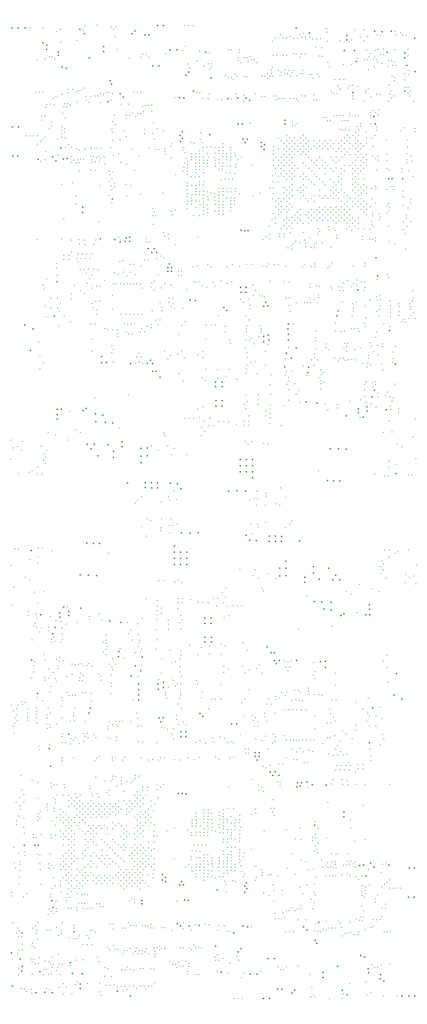
<source format=gbr>
*
%FSLAX45Y45*%
%MOMM*%
%ADD10C,0.250000*%
%ADD11C,0.252000*%
%ADD12C,0.350000*%
%ADD13C,0.352000*%
%IPPOS*%
%LNsi_lev.gbr*%
%LPD*%
%SRX1Y1I0J0*%
G01*
G75*
G54D10*
X001309600Y000785445D03*
X001105968Y001943685D03*
X001354481Y001489025D03*
X001014528Y002116405D03*
X001065328Y003301239D03*
X001319760Y001423391D03*
X001322300Y001809471D03*
X001383971Y001393622D03*
X001116560Y001786611D03*
X001317220Y001748511D03*
X001444931Y001393622D03*
X001299872Y000861619D03*
X000930708Y002230705D03*
X001085648Y000874345D03*
X001154228Y000869265D03*
X001373100Y001715060D03*
X001441248Y002228165D03*
X001392988Y002159585D03*
X001420141Y002079803D03*
X001400608Y002019885D03*
X001136905Y002766899D03*
X001194868Y000818465D03*
X001052628Y003170505D03*
X001334568Y002116405D03*
X001121208Y001669365D03*
X001486968Y003320365D03*
X001495020Y003015565D03*
X001052628Y003033345D03*
G54D11*
X001291998Y001488009D03*
X000898120Y002855951D03*
X000897688Y002784425D03*
X001045440Y002063471D03*
X001040360Y001156692D03*
X001317220Y001174472D03*
X000994640Y002015110D03*
X001047548Y001285825D03*
X001019608Y001600785D03*
X001040309Y001941552D03*
X001039928Y001674445D03*
X001431520Y001893291D03*
X001471322Y001508024D03*
G54D10*
X001205028Y002832685D03*
X001144068Y004196665D03*
X001487070Y004524325D03*
X001062788Y004801185D03*
X001045008Y004425265D03*
X001466648Y005796865D03*
X001451408Y005860365D03*
X001479348Y003617951D03*
X001421995Y003638627D03*
X001146608Y004867225D03*
X001146049Y004369106D03*
X001426440Y004415587D03*
X001039928Y003660725D03*
X001441604Y004329228D03*
X001077748Y004562425D03*
X001172008Y003607563D03*
X000943408Y003777565D03*
X001477240Y003444825D03*
X001479272Y004379469D03*
X001443941Y004474008D03*
X001146608Y004712285D03*
X000956540Y003463011D03*
X001440842Y004790670D03*
X001439140Y005119447D03*
X001316788Y005156785D03*
X001074269Y004637304D03*
X001105968Y004958665D03*
X001159308Y003686125D03*
X000984048Y004702125D03*
X001495020Y004039185D03*
X001156768Y004077285D03*
X000994208Y004323665D03*
X000991668Y004247465D03*
X001065760Y003429585D03*
X001072110Y003493491D03*
G54D11*
X001085648Y005260925D03*
X001339648Y004044265D03*
X001342188Y003983762D03*
X001398068D03*
G54D10*
X000981508Y003353385D03*
X001174980Y006759957D03*
X001124180Y006716751D03*
X001014477Y006390869D03*
X000953568Y006333922D03*
X000997180Y006503391D03*
X001002260Y006630391D03*
X001105689Y006774866D03*
X001025196Y006698895D03*
X001464946Y008204785D03*
X001366852Y007594016D03*
X001352729Y008339125D03*
X001377748Y008394726D03*
X000925628Y006579185D03*
X001415848Y006332805D03*
X001227888Y006393765D03*
Y006457671D03*
X001222808Y006551245D03*
X001223240Y006630391D03*
X001350291Y007516445D03*
X000943789Y006127065D03*
G54D11*
X000931115Y006271007D03*
X001410768Y006505525D03*
X001314248Y008045070D03*
X000981940Y006442431D03*
X001410768Y006439485D03*
Y006584265D03*
Y006652845D03*
X001420928Y006863665D03*
X001309600Y007262851D03*
X001350291Y007387261D03*
X000898120Y006701461D03*
G54D10*
X001413155Y008306385D03*
X001278688Y009696146D03*
X001441248Y009754185D03*
X001038201Y009909938D03*
X001237464Y008631505D03*
X001408660Y008492212D03*
X001263448Y009276665D03*
G54D11*
X001169468Y009335085D03*
X000943408Y009131885D03*
X001433247Y009627566D03*
X001370560Y009030717D03*
X001437667Y008797646D03*
X000882448Y009578925D03*
X001443788Y009934576D03*
X000897688Y008758505D03*
X001243128Y008550225D03*
X001395960Y008570545D03*
X000969824Y009918269D03*
G54D10*
X003963468Y010351085D03*
X003756585Y010506025D03*
X001909040Y008418552D03*
X002752320Y008459141D03*
X002500860Y008461732D03*
X003896183Y008858784D03*
X002035608Y008730565D03*
X001552653Y009035721D03*
X001525068Y009944685D03*
X001700709Y008517612D03*
X002891181Y009829979D03*
X001733754Y009883725D03*
G54D11*
X003963468Y010290125D03*
X003684068Y010533965D03*
X003927908Y009269045D03*
X004016808Y009263965D03*
X003569768Y010376485D03*
X003986328Y010536556D03*
X003671800Y010178365D03*
X003658668Y008890585D03*
X002498320Y008532852D03*
X003280208Y008410525D03*
X003973628Y008598485D03*
Y008700085D03*
X003887268Y008743265D03*
X003890240Y008652232D03*
X003884728Y008471485D03*
X001810030Y008451572D03*
X003587548Y008486725D03*
X002696440Y008578572D03*
X003890240Y008565871D03*
G54D10*
X002190548Y006391225D03*
X001928928Y006856451D03*
X001941628Y006790412D03*
X002861362Y007911415D03*
X002843328Y007750125D03*
X002977948Y007666686D03*
X002883663Y006269585D03*
X003501188Y005951805D03*
X001627100Y006503391D03*
X001580948Y007277685D03*
X001644880Y006630391D03*
X003879648Y005926405D03*
X003295448Y008174305D03*
X003348788Y008250505D03*
X001712799Y008054518D03*
X001619048Y006434405D03*
X001611504Y006310225D03*
X001712799Y007993558D03*
X003592628Y005936565D03*
X002168120Y005980152D03*
X002290040Y007209511D03*
X001578408Y007638365D03*
X002351635Y007206972D03*
X002202613Y006042915D03*
X001710488Y007089725D03*
X002439798Y007521906D03*
X001873048Y007612965D03*
X001853160Y007511771D03*
X002948103Y007315150D03*
X001690600Y006546165D03*
X002376450Y007511721D03*
X002686280Y007336562D03*
X002841220Y007968971D03*
X003440228Y007783145D03*
X002784933Y008004125D03*
X001939520Y008162012D03*
X002015720Y008365211D03*
X002962708Y007491045D03*
X002201140Y007539712D03*
X001746048Y007376745D03*
X002486153Y007561530D03*
X002236167Y008400771D03*
X001940714Y008054137D03*
X002025474Y007291350D03*
X002906879Y007546951D03*
X002839645Y008035977D03*
X001664794Y007445325D03*
X001860627Y007451243D03*
X002101648Y006370905D03*
X002272260Y007544842D03*
X001925169Y006438240D03*
X001819708Y006315025D03*
X003496108Y008377505D03*
X002198168Y006629985D03*
X003549448Y007793305D03*
X003572308Y007859345D03*
X003351328Y006368365D03*
X003862503Y007849185D03*
X001931900Y008294092D03*
X001911631Y007999451D03*
X002787626Y007804125D03*
X002336166Y007557492D03*
X001964488Y007623125D03*
X002136167Y007543725D03*
X001881151Y007692060D03*
X003988309Y006253328D03*
X003983788Y007656145D03*
X003499080Y007293687D03*
X003572994Y007524065D03*
X002287576Y005921732D03*
X001663853Y007248500D03*
X002051407Y006960719D03*
X001693724Y006245658D03*
X001934440Y005937403D03*
X002886889Y006208700D03*
X002378508Y006114365D03*
X002922423Y006018327D03*
X001665860Y008231658D03*
X002731568Y007219265D03*
X002424660Y006963132D03*
X002947468Y007158305D03*
X002302003Y007269303D03*
X002110360Y006011546D03*
X001629208Y006226125D03*
X002096492Y005901081D03*
X002385442Y005963464D03*
X003056764Y005979516D03*
X002172768Y006477585D03*
X003054148Y006368365D03*
X002170660Y006541085D03*
X003180157Y006369914D03*
X003057120Y006051678D03*
X002632940Y006043652D03*
X002467408Y006035625D03*
X002451254Y006121045D03*
X002146022Y006901257D03*
X002206982D03*
X001576300Y007216725D03*
X001817549Y007191681D03*
X002972868Y007427545D03*
X003036368Y007544385D03*
X003559608Y006276925D03*
X003475788Y006543625D03*
X002864080Y006040680D03*
X001509828Y008280985D03*
X002909800Y006365825D03*
X003537180Y008042631D03*
X001677392Y005895849D03*
X003201900Y007669200D03*
X002833066Y007854138D03*
X002549120Y007509232D03*
X002315440Y007364452D03*
X003079548Y006276925D03*
X003507970Y007986142D03*
G54D11*
X002942820Y006950025D03*
X002739188Y007290385D03*
X001781608Y008009205D03*
X003493568Y006426785D03*
X003402128Y006800165D03*
X003978708Y007364045D03*
X003927908Y007231965D03*
X001655040Y008309331D03*
X001677468Y006315025D03*
X002532610Y006950203D03*
X002537690Y006788507D03*
X001685088Y006972885D03*
X001799413Y007254825D03*
X003867380Y008255560D03*
X002599920Y006096991D03*
X002966594Y006304383D03*
X003491028Y006267603D03*
X002366291Y007318782D03*
X001552576Y007747128D03*
X001766444Y008108672D03*
X001916228Y006685865D03*
X001942060Y006117312D03*
X002401673Y006358205D03*
X003887268Y008050252D03*
X003501645Y008154442D03*
X003509240Y007908011D03*
X001925626Y006056707D03*
X002409547Y006061584D03*
X001540308Y006797625D03*
X002950440Y007092265D03*
X002135506Y007336511D03*
X002359890Y006952972D03*
X003117648Y006368365D03*
X002078483Y006906083D03*
X001819708Y007645985D03*
X003379700Y008039685D03*
X002841220Y008149312D03*
X003128240Y007869911D03*
G54D10*
X002000022Y005933568D03*
X002513128Y004978985D03*
X002128801Y004678020D03*
X001657148Y003437205D03*
X001771880Y004524731D03*
X001710488Y005098365D03*
X002185925Y004285108D03*
X003439974Y005203749D03*
X003396768Y005159046D03*
X001829868Y004857065D03*
X002133017Y003661614D03*
X001962126Y003605023D03*
X001791768Y004234765D03*
X001771880Y004580612D03*
X001687628Y003641726D03*
X002185417Y004391737D03*
X003201468Y004933265D03*
X002072793Y004620896D03*
X002242491Y004447820D03*
Y004569003D03*
X001761288Y004806265D03*
X003267813Y005132528D03*
X001931468Y005556048D03*
X001961745Y004283863D03*
X003034057Y004566769D03*
X002014297Y003661614D03*
X002978431Y004511498D03*
X002564360Y004834612D03*
X002629409Y005224248D03*
X002188592Y003491891D03*
X003033726Y004677970D03*
X003219248Y005634305D03*
X002130884Y004228974D03*
X002170939Y005614671D03*
X002975840Y005245075D03*
X002969719Y005636388D03*
X002975840Y005184115D03*
X001931468Y005617008D03*
X001820140Y004397020D03*
X003156078Y005153635D03*
X001962888Y003378759D03*
X003091664Y004620642D03*
X003443428Y005264633D03*
X002921332Y004679392D03*
X003181148Y005578425D03*
X002904288Y004953585D03*
X002808200Y004454170D03*
X001664768Y003350845D03*
X003156078Y005214595D03*
X003800019Y005586045D03*
X002921332Y004569182D03*
X003720060Y005578832D03*
X002018260Y003435325D03*
X002695068Y004457091D03*
X002864765Y004621836D03*
X002517370Y005039945D03*
X001715568Y003406725D03*
X001799388Y004026485D03*
X002638503Y004624909D03*
X002808200Y004678986D03*
X002541474Y004890466D03*
X002691614Y004678732D03*
X002663420Y004880332D03*
X001956868Y003491891D03*
X002864765Y004510736D03*
X002015821Y004453586D03*
X002129995Y004340429D03*
X002072793Y004846346D03*
X003038934Y005234585D03*
X002355648Y004564762D03*
X002638503Y004512082D03*
X002185925Y004734028D03*
X002242491Y004677894D03*
X001959408Y004510152D03*
X003034488Y004457955D03*
X001768908Y005065345D03*
X002355648Y004454043D03*
X002861108Y004902785D03*
X002242491Y004801591D03*
X002129359Y004793972D03*
X002206220Y004887952D03*
X001834897Y005067885D03*
X002412214Y004508882D03*
X002299082Y004623055D03*
X001761593Y003357144D03*
X002751634Y004621887D03*
X002129359Y003439974D03*
X002299082Y004512565D03*
X002132001Y003774745D03*
X002127734Y004001009D03*
X003961360Y005624145D03*
X001958951Y004057600D03*
X002185341D03*
X004039668Y005616525D03*
X003918180Y005572481D03*
X001975892Y005076851D03*
X002355648Y004679722D03*
X002525346Y004622191D03*
X002307541Y004859732D03*
X003260752Y004455339D03*
X001987780Y005006595D03*
X002468780Y004456406D03*
X002525346Y004514368D03*
X002412214Y004623563D03*
X001713028Y005027245D03*
X003260752Y004676623D03*
X003518968Y005245685D03*
X003557068Y005621605D03*
X001634008Y004668826D03*
X002183106Y003605023D03*
X003038908Y005626685D03*
X001903985Y004453586D03*
X002015796Y003548457D03*
X002650720Y005611852D03*
X001959255Y004397020D03*
X002016228Y004339311D03*
X002965655Y005570805D03*
X002071320Y004288232D03*
X002014602Y004001009D03*
X002070609Y004057600D03*
X001901471Y004001009D03*
X002128775Y003548457D03*
X001898448Y003432125D03*
X002013281Y004114166D03*
X002072718Y003831311D03*
X002468983Y004682008D03*
X001792606Y004758005D03*
X002018260Y004227297D03*
X001960576Y003831311D03*
X002294688Y004283863D03*
X002581911Y004681602D03*
Y004567683D03*
Y004455186D03*
X002602460Y005558562D03*
X002130807Y004114166D03*
X002751634Y004512641D03*
X002527199Y003382036D03*
X003430474Y003948152D03*
X003312111Y004061461D03*
X003377109Y003658109D03*
X003204643Y003496108D03*
X003152116Y004222903D03*
X003204643Y003718180D03*
X003204186Y003829203D03*
X003201646Y003944443D03*
X003204186Y004056609D03*
X003204440Y004166592D03*
X002360042Y003548457D03*
X002581911Y004224605D03*
X003257526Y004227297D03*
X002815820Y005138700D03*
X003034488Y004226866D03*
X003593060Y004953991D03*
X003592628Y005014545D03*
X003684500Y004951452D03*
X003686608Y005017085D03*
X002638503Y003380919D03*
X002921026Y003435528D03*
X003091054Y003382417D03*
X002468780Y003436494D03*
X003476220Y004926052D03*
X001705840Y004031971D03*
X002474546Y004227297D03*
X002358239Y004114166D03*
X002695068Y004225215D03*
X002638503Y004172332D03*
X002413154Y003718180D03*
X002467840Y003774745D03*
X002356639Y003661614D03*
X002412214Y003943452D03*
X001636828Y004539565D03*
X002921332Y004452977D03*
X002977897Y004287597D03*
X003029129Y003662884D03*
X002807565Y003549016D03*
X002921332Y003552013D03*
X002860905Y003608757D03*
X002753234Y003607029D03*
X002695068Y003551505D03*
X003034488Y003439567D03*
X002806625Y003435325D03*
X002587068Y003667634D03*
X002414804Y004057600D03*
X002751634Y004168750D03*
X003148306Y003548457D03*
X003147620Y003778098D03*
X003031339Y003887877D03*
X003147620Y004002355D03*
X002921332Y003774695D03*
X002754707Y003718180D03*
X002867991Y004057600D03*
X002751939Y003944443D03*
X002417980Y003831311D03*
X002581911Y003436875D03*
X002638503Y003830524D03*
X002524406Y004061029D03*
X002526437Y003944443D03*
X002638503Y004055288D03*
X002584172Y004001009D03*
X002472590Y004112108D03*
X002525346Y004167455D03*
X002411629Y003605023D03*
X001716050Y004332123D03*
X002808200Y004226663D03*
X003147620Y004566794D03*
X003093543Y004279367D03*
X002411096Y003376728D03*
X003165908Y005085665D03*
X003092401Y004509212D03*
G54D11*
X002470913Y003888919D03*
X003064308Y005039945D03*
X002696440Y005655032D03*
X001621181Y004609212D03*
X003963468Y005012005D03*
X004029940Y005073372D03*
X003887268Y005057725D03*
X003891993Y004965498D03*
X001716000Y003971011D03*
X003356408Y005105985D03*
X003091054Y004733012D03*
X002468780Y004566464D03*
X002695068Y004568343D03*
X002808200Y004568801D03*
X002932660Y005139412D03*
X002751634Y003492882D03*
X002073276Y003378759D03*
X003087955Y003605023D03*
X002074876D03*
X002977897Y003492399D03*
X001897559Y003548457D03*
X003541879Y003491891D03*
X003656128D03*
X002072793Y003717012D03*
X002977897Y003721431D03*
X003088108Y003834918D03*
X003600477Y003661614D03*
X003483942D03*
X003486380Y004001009D03*
X003599613D03*
X003820669Y004005022D03*
X001961212Y003944265D03*
X002072793Y003943072D03*
X003430144Y003831311D03*
X003541650D03*
X003428036Y004170731D03*
X003544114D03*
X002070051Y004168141D03*
X002581911Y003886759D03*
X002977669Y004170833D03*
X002580616Y004114166D03*
X001900379D03*
X002073632Y004397020D03*
X003486329Y004340429D03*
X003713252D03*
X001900531D03*
X002977897Y004621709D03*
X002185925Y004623741D03*
X001901521Y004566718D03*
X003656255Y004510152D03*
X003543047D03*
X003373908Y004567581D03*
X003260752Y004566032D03*
X002686280Y004811752D03*
X003843885Y004659148D03*
X003543606Y004731970D03*
X003430474Y004735399D03*
X003322652Y004739056D03*
X003201976Y004739666D03*
X002890699Y004852874D03*
X002525346Y004737838D03*
X002299082Y004738803D03*
X002072793Y004733189D03*
X001797305Y004692524D03*
X003656738Y004844771D03*
X001956868Y004846905D03*
X002976577Y003944443D03*
X002806168Y003887471D03*
X002638503Y003605454D03*
X002863622Y003831311D03*
X002525346Y003491408D03*
X002187830Y003944443D03*
X002638503Y004400399D03*
X002525346Y004400729D03*
X002751634Y004402760D03*
X002299082Y004398214D03*
X002412214Y004398265D03*
X002245844Y004227297D03*
X002300962Y004170731D03*
X002355648Y004339616D03*
X002242694Y003548457D03*
X002185011Y003718180D03*
X002864765Y004401770D03*
X002412214Y004288029D03*
X003259888Y003775025D03*
X003371648Y003772485D03*
X003265603Y004007029D03*
X003265400Y004110660D03*
X003317445Y003610052D03*
G54D10*
X003602661Y004458412D03*
X003542768Y003718180D03*
X003601290Y004114166D03*
X003890672Y004012642D03*
X003431058Y003718180D03*
X003767939Y004736441D03*
X003821000Y003435528D03*
X003601111Y003774745D03*
X003317318Y004511371D03*
Y004622090D03*
X003655773Y004397020D03*
X003710687Y004455720D03*
X003544774Y004057600D03*
X003834360Y003757652D03*
X003600095Y003548457D03*
X003486253Y003435325D03*
X003543606Y004621912D03*
X003838170Y004233902D03*
X003818587Y004537432D03*
X003824504Y003548457D03*
X003713202Y003435325D03*
X003658363Y004283863D03*
X003824504Y003887877D03*
X003428316Y004397020D03*
X003714954Y003772332D03*
X003600172Y004677894D03*
X003428747Y003491891D03*
X003598597Y003436976D03*
X003657170Y003378759D03*
X003715843Y003887877D03*
X003768117Y004397020D03*
X003427960Y004057600D03*
X003544724Y004283863D03*
X003542336Y003379267D03*
X003768980Y003378963D03*
X003487040Y004796512D03*
X003765653Y004283863D03*
X003598089Y004227297D03*
X003430474Y004620057D03*
X003375813Y003545866D03*
X003485516Y003774745D03*
X003820212Y004121227D03*
X003373908Y004679240D03*
X003430474Y004847311D03*
X003485593Y004114166D03*
X003600172Y004791051D03*
X003429687Y003378759D03*
X003712084Y004566718D03*
X003543606Y004854932D03*
X003656458Y003718180D03*
X003769031Y004623284D03*
X003767939Y003605023D03*
X003658465D03*
X003715005Y003546222D03*
X003774187Y003722218D03*
X003486939Y004453586D03*
X002869160Y004175761D03*
X003908020Y004799051D03*
X003427960Y003607791D03*
X003487371Y003548381D03*
X003484398Y004675582D03*
X003488056Y004227297D03*
X003544088Y004397020D03*
X002864765Y003381985D03*
X003712008Y004227297D03*
X002526260Y003600171D03*
X002129309Y003887877D03*
X002185443Y003831311D03*
X001723112Y002934209D03*
X002253260Y001009524D03*
X003204186Y003036292D03*
X003430322Y003039009D03*
X003260523Y003209672D03*
X003315794Y003033573D03*
X003254935Y002985110D03*
X003147620Y003212263D03*
X003036368Y003207741D03*
X003091994Y003152471D03*
X002355648Y003095651D03*
X003066848Y000917525D03*
X002553768Y001781531D03*
X003318308Y002682825D03*
X003147620Y003097252D03*
X002016228Y003209011D03*
X001761060Y003155036D03*
X002243837Y003096286D03*
X002130198Y002982773D03*
X002180820Y002929612D03*
X002299082D03*
X003233040Y001258317D03*
X003159330Y001258266D03*
X003820288Y001277062D03*
X003754248Y001282142D03*
X003612948Y001288365D03*
X003541828D03*
X003407208Y001247725D03*
X003349067Y001266064D03*
X002844395Y000941427D03*
X002924405Y000946506D03*
X002242491Y003325851D03*
X002072260Y003264968D03*
X002242491Y002986000D03*
X002412214Y003153004D03*
X002074140Y003039340D03*
X002299082Y003269971D03*
X003004390Y000949021D03*
X001713460Y001184631D03*
X001738860Y001524991D03*
X002355648Y002981936D03*
X001862812Y001969187D03*
X001818793Y002139595D03*
X001665200Y001426007D03*
X003648940Y001629132D03*
X002393748Y002819985D03*
X003585338Y001657960D03*
X002793798Y002558771D03*
X003524378Y001657960D03*
X002732838Y002558771D03*
X003206548Y003152471D03*
X002175740Y001898372D03*
X002283436Y001960195D03*
X003158720Y000920471D03*
X001939520Y001375132D03*
X003547365Y000925551D03*
X001608685Y001272211D03*
X005480229Y000668224D03*
X003325115Y000930225D03*
X001759180Y001373175D03*
X003991713Y002129512D03*
X001578840Y001440765D03*
X002708835Y000988365D03*
X005647971Y000668605D03*
X003396235Y000930225D03*
X001698220Y001373175D03*
X003852140Y001588492D03*
Y001649452D03*
X003781045Y000928091D03*
X003618485Y000925551D03*
X001547725Y001272211D03*
X002698548Y001428065D03*
X002072793Y003150592D03*
X002188440Y003155671D03*
X002714220Y000808711D03*
X002751634Y003152192D03*
X002016228Y003099131D03*
X003317318Y003151023D03*
X002908225Y001668908D03*
X002571980Y002523211D03*
X002130045Y003206472D03*
X003315565Y003262427D03*
X003204186Y002921407D03*
X002873630Y001719124D03*
X002511020Y002523211D03*
X003342337Y002182801D03*
X002977897Y003152192D03*
X002921332Y003099233D03*
X003892754Y001713789D03*
X002525346Y003262377D03*
X003831794Y001713789D03*
X002468780Y003206472D03*
X002864765Y003152192D03*
X002695068Y003097252D03*
X002808200Y003097683D03*
X002013002Y003322194D03*
X002638503Y003152192D03*
X002581911Y003097861D03*
X003988513Y001709472D03*
X003260752Y003094889D03*
X003422372Y002716251D03*
X002660448Y001524585D03*
X002881860Y001293852D03*
X003709925Y000928091D03*
X002464030Y003093442D03*
X002338833Y002808783D03*
X001873480Y000897611D03*
X001613028Y000872466D03*
X001682980Y000859512D03*
X003229840Y000920471D03*
X001878560Y001375132D03*
X002057935Y002821026D03*
X003422880Y002655291D03*
X002482902Y001916151D03*
X001959662Y003153309D03*
X002450060Y002805202D03*
X003194280Y001596112D03*
X002251940Y002828012D03*
X002441094Y001970685D03*
X001915440Y001999971D03*
X002244218Y002473224D03*
X001915440Y002060931D03*
X002244218Y002534184D03*
X002570506Y002070203D03*
X002178280Y002177771D03*
X002509546Y002070203D03*
X002178280Y002116811D03*
X002064793Y002524888D03*
X001683869Y002081251D03*
X002125752Y002524888D03*
X001622909Y002081251D03*
X002130122Y003322194D03*
X001644448Y002400885D03*
X003755620Y002116735D03*
X001713053Y002456765D03*
X003816580Y002116735D03*
X001768908Y002413585D03*
X003644520Y002166291D03*
X001817600Y002459305D03*
X003705480Y002166291D03*
X003401975Y002170075D03*
X003462935D03*
X003173554Y002121993D03*
X003234514Y002120520D03*
X002923643Y002204162D03*
X002984603D03*
X002378940Y002516810D03*
X003024125Y001678611D03*
X002439900Y002516810D03*
X003085085Y001678611D03*
X002643100Y002623491D03*
X003211958Y001657960D03*
X002705000Y002623491D03*
X003272918Y001657960D03*
X002338300Y002627352D03*
X003397607Y001593699D03*
X002399260Y002627352D03*
X003440736Y001636827D03*
X001809980Y002683232D03*
X002015288Y002746325D03*
X002025448Y002690445D03*
X002084300Y001341705D03*
X001937945Y002231111D03*
X002276908Y002629485D03*
X001817600Y001245592D03*
X003362276Y002726564D03*
X005568748Y000671145D03*
X002091462Y002743912D03*
G54D11*
X002022908Y000909905D03*
X002203248Y000963245D03*
X001956868Y000981025D03*
X001728268Y001318845D03*
X001847648Y001311225D03*
X001662228Y002507565D03*
X002624888Y002032585D03*
X003839008Y001527125D03*
X003938805Y001673810D03*
X003460548Y001710005D03*
X003193848Y000833705D03*
X003841548Y000996265D03*
X003470708Y000887045D03*
X003275128Y000861645D03*
X003663774Y000869240D03*
X003582468Y002166824D03*
X002985162Y002091412D03*
X002371320Y001471651D03*
X001906500Y003322194D03*
X003270582Y001318972D03*
X003499080Y001593572D03*
X003575788Y001583919D03*
X003709900Y001591032D03*
X002996185Y001752245D03*
X003328900Y001707872D03*
X003674340Y001697712D03*
X003942285Y001751051D03*
X002449425Y000987756D03*
X002813280Y001309092D03*
X001813307Y002530628D03*
X001550900Y001156692D03*
X001652500Y001161772D03*
X001891260Y001166852D03*
X003760496Y002195958D03*
X002240510Y001904721D03*
X003711983Y002982773D03*
X003543606Y002924125D03*
X003486126Y002976983D03*
X003377160Y002982773D03*
X003146020D03*
X003091054Y003038298D03*
X002299794Y003039543D03*
X002072793Y002925446D03*
X003544292Y003152471D03*
X003373908Y003096667D03*
X003378938Y003213329D03*
X002129359Y003096032D03*
X002977897Y003039136D03*
X002864765Y003040584D03*
X002751634Y003037282D03*
X002641170Y003035758D03*
X002412214Y003040330D03*
X001902817Y003095905D03*
X003821228Y003315692D03*
X003490292Y003322194D03*
X003601493D03*
X003257653Y003322651D03*
X002203680Y001464031D03*
X002450060Y001781531D03*
X002361160D03*
X002084300Y001923339D03*
X001855700Y001580872D03*
X002950440Y001121157D03*
X002812010Y001127482D03*
X003295931Y002226108D03*
X002581911Y003204312D03*
X002349882Y003322194D03*
X002411960Y003265603D03*
X002355648Y003207869D03*
X003147620Y003324759D03*
X003096820Y003265603D03*
X003204186Y003266187D03*
X002921332Y003204312D03*
X002695068Y003207335D03*
X002808200Y003204312D03*
X003379675Y003322194D03*
G54D10*
X003715259Y003209037D03*
X003542285Y003039340D03*
X003545257Y003265603D03*
X003433192D03*
X003811500Y003239491D03*
X003489961Y003209037D03*
X003807182Y003155925D03*
X003657500Y003039340D03*
X003434589Y003157602D03*
X003597327Y003095905D03*
X003487218D03*
X003598343Y003210561D03*
X001906500Y002853412D03*
X001794562Y002985517D03*
X001903046Y002982773D03*
X002128750Y002869617D03*
X001695375Y002756536D03*
X002242491Y003212263D03*
X001695375Y002817496D03*
X001956868Y000765531D03*
X005135983Y002077569D03*
X006239257Y003221254D03*
X006285028Y002675205D03*
X006048808Y003203093D03*
X005929327Y003160294D03*
X006547080Y002480031D03*
X006456656Y002312392D03*
X006395696D03*
X006493740Y001266674D03*
X004687063Y001734490D03*
X006432780Y001266674D03*
X004748023Y001734490D03*
X004601516Y001669695D03*
X004558387Y001712825D03*
X004362680Y001718032D03*
X005627168Y001102945D03*
X004423640Y001718032D03*
X002729460Y000740132D03*
X004052673Y002129512D03*
X005244060Y001497052D03*
X005827828Y002149425D03*
X005388205Y002054048D03*
X005327245D03*
X004273678Y001377672D03*
X006267248Y003005405D03*
X006055488Y003263698D03*
X004539159Y001329412D03*
Y001390372D03*
X005087240Y001526845D03*
X004421151Y001330631D03*
X004212718Y001377672D03*
X004360191Y001330631D03*
X004049473Y001709472D03*
X006299277Y002887016D03*
X006040629Y003322829D03*
X004189528Y002078305D03*
X004748328Y001166445D03*
X004684828D03*
X005911648Y003101925D03*
X004960291Y002184985D03*
X005162348Y001461085D03*
X005130370Y001569975D03*
X004293668Y002680285D03*
X006536920Y002045691D03*
X005388840Y001402665D03*
X005575530Y001456005D03*
X005635245Y003287752D03*
X005181703Y003177363D03*
X005447260Y003092172D03*
X005017035Y003299029D03*
X004608527Y003292730D03*
X005021302Y003176804D03*
X004853383Y003177643D03*
X005281093Y003079065D03*
X004519728Y001161365D03*
Y001222325D03*
X006323128Y002427962D03*
X006080507Y002841702D03*
X006178526Y003215768D03*
X005275302Y002166011D03*
X006467908Y002804745D03*
X002142288Y000767665D03*
G54D11*
X004646728Y001783589D03*
X004296208Y001308685D03*
X004161588Y001435685D03*
X006320588Y002304772D03*
X006509412Y002342973D03*
X005093768Y001461085D03*
X006475528Y002896185D03*
X006206288Y002792045D03*
X006368848Y003183205D03*
X004482924Y001442950D03*
X006485688Y002436445D03*
X005335500Y001199872D03*
X005682210Y001190981D03*
X004334207Y001404900D03*
X005536160Y001542772D03*
X005130827Y001227405D03*
X004434994Y002229206D03*
X004674998Y002190065D03*
X004880408Y002192605D03*
X005155008Y002175384D03*
X004425748Y002101165D03*
X004594988Y002080083D03*
X004802176Y001706474D03*
X005310100Y002868652D03*
X005317720Y003015972D03*
X005172457Y003293035D03*
X005495342Y003300705D03*
X004939057Y003306421D03*
X005097578Y003156662D03*
X004856862Y003104186D03*
X005686376Y003230195D03*
X004695115Y003307386D03*
X004857040Y003305252D03*
X005334560Y003305557D03*
X006028488Y001242645D03*
X006381116Y001321792D03*
X006550484Y001322604D03*
G54D10*
X005259427Y003245511D03*
X005258309Y003176982D03*
X005335271Y003245232D03*
X004695776Y003178049D03*
X005415256Y003304109D03*
X005500270Y003074467D03*
X004775506Y003308224D03*
X004936415Y003179421D03*
X004855389Y003243149D03*
X004937888Y003240939D03*
X004697046Y003236520D03*
X005660620Y003178531D03*
X006180888Y005801945D03*
X006551728Y005626685D03*
X004369868Y005578425D03*
X006577128Y003345765D03*
X005921808Y003394025D03*
X005919268Y004486225D03*
X005907000Y004567505D03*
X006091988Y004115385D03*
X005972608Y005060265D03*
X005980228Y004953585D03*
X006046268Y005014545D03*
X006084368Y004930725D03*
X005168698Y005589855D03*
X005469688Y005635982D03*
X005380712Y005613121D03*
X004246678Y005584775D03*
X004658285Y005582362D03*
X004766540Y005636388D03*
X005096308Y005641925D03*
X004526485Y005625847D03*
X005368520Y005014951D03*
X005150207Y003376525D03*
X005253204Y003437433D03*
X005167200Y003568751D03*
X005424324Y003778505D03*
X005332579Y003888969D03*
X005176750Y004087470D03*
X005167428Y004189858D03*
X005176394Y004353993D03*
X005589500Y004347516D03*
X005168190Y004443096D03*
X005413757Y003507208D03*
X005586960Y003600298D03*
X005592040Y003730270D03*
X005414723Y004146703D03*
X005250258Y004553738D03*
X005586960Y003904921D03*
X005592040Y004042132D03*
X005012996Y003441193D03*
X005023588Y004194760D03*
X005015892Y004346500D03*
X005015358Y004484549D03*
Y003560700D03*
X004614394Y004344392D03*
X004854907Y004478732D03*
X004776319Y004222116D03*
X004936136Y004094938D03*
X004596843Y004080942D03*
X004814800Y003828848D03*
X004655923D03*
X004592525Y003586252D03*
X004776421Y003430626D03*
X004611600Y004219881D03*
X005600143Y004194836D03*
X005256481Y004159555D03*
X004938269Y004157016D03*
X005255845Y003494939D03*
X004936770Y003502356D03*
X005586121Y003462250D03*
X004243300Y003541751D03*
X004476980Y003376652D03*
X004090849Y004118382D03*
G54D11*
X006394248Y005492065D03*
X006137708Y005410785D03*
X006424982Y005121225D03*
X006282488Y004760545D03*
X006550458Y004135705D03*
X005830800Y005174565D03*
X005660620Y003584931D03*
X005629353Y003498673D03*
X005830800Y004460825D03*
X005772380Y005720665D03*
Y005807025D03*
X005708448Y005720665D03*
X006305348Y004580205D03*
X006267248Y004504005D03*
X006424982Y005047565D03*
X006361228Y005125035D03*
X006297728Y004430345D03*
X006239308Y004585285D03*
X005830800Y003734385D03*
X006213908Y005466665D03*
X006472988Y005489525D03*
X006074208Y005446345D03*
X005677968Y003663265D03*
X004248380Y004176751D03*
X005340376Y004585057D03*
X005502301Y003776498D03*
X005023283Y004268522D03*
X004857396Y004546144D03*
X004696919Y004347668D03*
X005172229Y003503855D03*
X005095724Y004113124D03*
X004855542Y004159835D03*
X005167276Y004511066D03*
X005589500Y004131031D03*
X004937431Y004548633D03*
X004735933Y003827857D03*
X005030700Y003386811D03*
X004601237Y003356967D03*
X004610635Y003710407D03*
X005253763Y003891255D03*
X005162780Y004250132D03*
X004780510Y004021075D03*
X005416196Y003959175D03*
X005026356Y004128847D03*
X005339183Y004154730D03*
X004613301Y004281527D03*
X005498441Y004214369D03*
X005577562Y004287242D03*
X004937888Y004351427D03*
X005257217Y004346068D03*
X005332452Y004349980D03*
X005496333Y004348303D03*
X005589500Y003976091D03*
X004893540Y003833851D03*
X005258817Y003376270D03*
X005173270Y003438958D03*
X005607534Y003400146D03*
X004584574Y003527883D03*
X004857269Y003501848D03*
X005018000Y003501111D03*
X005412995Y003571215D03*
X005339183Y003499435D03*
X005586960Y003535122D03*
X004774770Y003698037D03*
X005589500Y003665119D03*
X005344314Y003778505D03*
X004604285Y004025545D03*
X005705908Y005807025D03*
G54D10*
X004698925Y004480739D03*
X005258258Y003632658D03*
X005335348Y003950717D03*
X005416780Y004020796D03*
X004773754Y003566237D03*
X005463719Y004572611D03*
X005416247Y003372028D03*
X005256303Y003701772D03*
X004515080Y004123411D03*
X004930649Y004218458D03*
X005495342Y003430702D03*
X004938422Y003434233D03*
X005257243Y004222802D03*
X005255896Y004415511D03*
X005256506Y003950717D03*
X005338269Y003632632D03*
X004854271Y003567253D03*
X004855694Y004290112D03*
X005415916Y004079851D03*
X005256556Y004475202D03*
X004692270Y004088969D03*
X005416780Y003697047D03*
X004691381Y004218611D03*
X004701491Y003568142D03*
X004854043Y004413682D03*
X004695395Y003435249D03*
X004775887Y003371343D03*
X005416780Y003630651D03*
X005253763Y004284676D03*
X005255947Y004079851D03*
X004855440Y004082772D03*
X004696411Y003375381D03*
X004936898Y004412819D03*
X005499228Y003369590D03*
X004772103Y004090137D03*
X004853763Y004023081D03*
X004938396Y004478732D03*
X004700119Y003699663D03*
X005494453Y003952089D03*
X004935881Y004290086D03*
X005492447Y004149701D03*
X004935780Y004015055D03*
X005592040Y004438371D03*
X005336516Y004289553D03*
X005495469Y004281450D03*
X004935907Y003624835D03*
X004856507Y003365704D03*
X005415358Y004275710D03*
X005335500Y003437612D03*
X005338040Y003564612D03*
X005335500Y003374112D03*
X004859352Y003629636D03*
X004693642Y004278275D03*
X005413401Y004414496D03*
X004853078Y004351351D03*
X004537940Y003427452D03*
X005335297Y004090188D03*
X004693870Y004413302D03*
X004696588Y004022269D03*
X006515101Y006070118D03*
X006333288Y006050712D03*
X006310428Y006538545D03*
X006559348Y006969888D03*
X006460288D03*
X005088688Y006825565D03*
X005017568D03*
X006530138Y006905575D03*
X004228644Y006214949D03*
X004771188Y005974665D03*
X005685080Y006487745D03*
X004966361Y007748855D03*
X005856530Y006487237D03*
X004729481Y007741438D03*
X005756708Y007836485D03*
X005771948Y007018605D03*
X004717848Y007140119D03*
X005601768Y006096585D03*
X004677208Y005936565D03*
X005456988Y005933568D03*
X005403648Y005956885D03*
X005347768Y005933568D03*
X005022648Y006035625D03*
X005891328Y006271845D03*
X005876088Y006391225D03*
X004893540Y005919192D03*
X004326688Y006299785D03*
X004372408Y007733691D03*
X004063722Y006909792D03*
X005060748Y005946725D03*
X004063722Y006970752D03*
X004128568Y008268285D03*
X004232708Y006005145D03*
X004194608Y006111825D03*
X004354628Y008400365D03*
X004378758Y008274635D03*
X004128568Y008369885D03*
X005632502Y006754445D03*
X004367328Y007653681D03*
X005911648Y006444565D03*
X006147868Y006370905D03*
X005281754Y006022925D03*
X004306800Y007146012D03*
X004045028Y006230925D03*
X004104260Y006206059D03*
X004273577Y007094881D03*
X004372078Y006970752D03*
Y006909792D03*
X006277408Y006104205D03*
X005188180Y006046191D03*
X006338012Y006821273D03*
X006316524Y005960136D03*
X006107228Y006541085D03*
X005964988Y006271845D03*
X005919268Y006007685D03*
X006271032Y005927650D03*
X004319068Y006726505D03*
X006518708Y006602045D03*
X004963974Y007923099D03*
X006546648Y005987365D03*
G54D11*
X006325668Y006886525D03*
X005664862Y007983805D03*
X005700421Y006830645D03*
X004430828Y006360745D03*
X004491788Y006299785D03*
X004392728Y006637605D03*
X004291560Y006495365D03*
X005213148Y007742505D03*
X005286808Y007917765D03*
X005700828Y007366585D03*
X006053888Y007364045D03*
X005992928Y007529145D03*
X006582208Y007587565D03*
X006579668Y007412305D03*
X006509056Y007617283D03*
X004359708Y006840805D03*
X004209848Y007216725D03*
X004392728Y007298005D03*
X004562908Y007940625D03*
X004275888Y007600265D03*
X006127548Y006066105D03*
X006048808Y005972125D03*
X004151428Y007823379D03*
X006104688Y006469965D03*
X006147868Y006726505D03*
X006236768Y006729045D03*
X006185968Y006828105D03*
X006539028Y007485965D03*
X004382568Y007813625D03*
X004354628Y007493687D03*
X004184448Y007577405D03*
X004367328Y007389445D03*
X004809288Y006861125D03*
X004946448Y006635065D03*
X005205528Y006825565D03*
Y007125285D03*
X005942128Y007450405D03*
X005789728Y007430085D03*
X005652568Y007501205D03*
X005368088Y007445325D03*
X005266488Y007374205D03*
Y007501205D03*
X005215688Y007968565D03*
X004799128Y007887285D03*
X004702608Y007206565D03*
X004814368Y006977965D03*
X006414162Y006850127D03*
X004385540Y007140931D03*
X004117976Y007069405D03*
X004098520Y006843751D03*
X004291560Y006417031D03*
G54D10*
X005970068Y006363285D03*
X005302048Y009106079D03*
X006048808Y009109076D03*
X006185968Y009406205D03*
X005863388Y009368105D03*
X006122468Y010462845D03*
X004146805Y010403968D03*
X005973649Y010362744D03*
X004123488Y008456245D03*
X004382568Y008553172D03*
X004410534Y008453680D03*
X004397808Y009223325D03*
X004334308Y009281745D03*
X004265728Y009228405D03*
X004413048Y008895665D03*
X004326688Y008893125D03*
Y008806765D03*
X004413048D03*
X004307664Y010428581D03*
X005858257Y010234194D03*
G54D11*
X004171697Y010536556D03*
X005335068Y008733105D03*
X005256328Y008809305D03*
X005121708Y008738185D03*
X005368088Y008550225D03*
X005269028Y008507096D03*
X005812588Y010414585D03*
X004209848Y010401885D03*
X004148888Y010249485D03*
X005954828Y010429825D03*
X006325668Y009312225D03*
X005632248Y008745805D03*
X005545888Y008740725D03*
X005454448Y008745805D03*
X005296968Y008928685D03*
X005139488Y008898205D03*
X005048048D03*
X004941368Y008811845D03*
X004834688Y008816925D03*
X004733088Y008822005D03*
X005225848Y009020125D03*
X004577539Y008877885D03*
X005985308Y009314816D03*
X005593157Y009491625D03*
X005912918Y009490076D03*
X006074208Y009053094D03*
X006528614Y010358705D03*
X004313607Y008693684D03*
G54D10*
X008540548Y009487485D03*
X007789394Y009038591D03*
X008845348Y009855785D03*
X008499908Y009550985D03*
X006617768Y010432365D03*
X006977178Y008955355D03*
X009063788Y009891345D03*
X008783931Y009825762D03*
X008664322Y009749816D03*
X008304328Y009098865D03*
X009004301Y009396045D03*
X008057948Y009192871D03*
X008512557Y009670365D03*
G54D11*
X008598968Y009319794D03*
X008545628Y009606865D03*
X008573568Y009888805D03*
X006655868Y010488245D03*
X008450607Y009033867D03*
X007892848Y008987105D03*
X008484668Y009406205D03*
X008986064Y009225865D03*
X009089188Y009330005D03*
X008675168Y009891345D03*
X008007986Y008606105D03*
G54D10*
X006671108Y006800165D03*
X006683808Y006607125D03*
X006793028Y007013068D03*
X006716828D03*
X006744768Y006820485D03*
X006765088Y006607125D03*
X007222288Y006917005D03*
X007549948Y006076265D03*
X007471208Y006342965D03*
X007450888Y006612205D03*
X006815888Y005981624D03*
X007052159Y005987365D03*
X006631179Y005982184D03*
X007024168Y006932245D03*
X006815888Y006805245D03*
X006692089Y005985181D03*
X007781088Y006119445D03*
X006887008Y005987365D03*
X006963208Y005982285D03*
X007707428Y006175325D03*
X006852108Y006607786D03*
X006881928Y006792545D03*
X007010757Y006991732D03*
X007011011Y007059245D03*
X006752947Y005981624D03*
X008393254Y006480125D03*
X008622260Y007479259D03*
X008257592Y006274385D03*
X008550708Y007606260D03*
X008392568Y006274385D03*
X008511338Y006433135D03*
X008232344Y006848425D03*
X008620228Y007733260D03*
X008257592Y006477585D03*
X006602122Y006607531D03*
X007519468Y006467374D03*
X007488988Y006807785D03*
X007387388Y006028005D03*
X007651548Y005969585D03*
X007600748Y005874335D03*
X008484668Y006655385D03*
X006952108Y006608598D03*
X007118148Y005979745D03*
G54D11*
X007107988Y007325945D03*
X007143548Y007254825D03*
Y007394525D03*
X007118148Y007585025D03*
X006805728Y008270825D03*
X007908088Y006012765D03*
X008555788Y006007685D03*
X007974128Y006190565D03*
X008121448Y006627445D03*
X007986828Y006756985D03*
X007562648Y007125285D03*
X007557568Y007364045D03*
X007486448Y008324165D03*
X008489748Y005885765D03*
X006652058Y007615759D03*
X008530388Y006096585D03*
X007979208Y006294705D03*
X007285788Y006904711D03*
X007575348Y006807785D03*
X007387388Y006337885D03*
X007450888Y006028005D03*
X006625388Y007488505D03*
X007295948Y005911165D03*
X007548678Y006382335D03*
X007461048Y006523356D03*
X008197648Y006376391D03*
X008228128Y006541492D03*
X007125768Y006924625D03*
X007135928Y006220105D03*
X007130340Y006493079D03*
X006841288Y006967805D03*
X008643266Y007178625D03*
G54D10*
X007565188Y005807025D03*
X006836208Y005819725D03*
X006655868Y005796992D03*
X006978448Y005520005D03*
X006912408Y005514925D03*
X006902248Y005743525D03*
X007090005Y005756225D03*
X007014008Y005776545D03*
X006701588Y005581829D03*
X006770168Y005582235D03*
X006762548Y005746065D03*
X007806488Y005154245D03*
X007809028Y003655645D03*
X007814641Y003487700D03*
X007971588Y005078045D03*
Y005326965D03*
X006856528Y003940125D03*
X007723379Y003414752D03*
X007784339D03*
X007558762Y003489936D03*
Y003428975D03*
X007514388Y005166945D03*
X007199428Y003668345D03*
X007474256Y005083125D03*
X007481368Y003650565D03*
X008520660Y003435072D03*
X007821728Y005070425D03*
X007201968Y003867608D03*
Y004167607D03*
X007181648Y003736925D03*
X006678728Y003650565D03*
X007138468Y004046805D03*
X007709968Y005078045D03*
X008607020Y003468092D03*
X007874992Y003496488D03*
X007974560Y003483332D03*
X007280708Y003518485D03*
X006843879Y003523565D03*
X007087668Y003990925D03*
X006998819Y005019676D03*
X007689648Y005177105D03*
X008129068Y005479365D03*
Y005393005D03*
X008024928Y005479365D03*
Y005393005D03*
X007565188Y005370145D03*
X007593128Y005466665D03*
X007839508Y005532705D03*
X007834428Y005367605D03*
X007859828Y005464125D03*
X007654088Y005370145D03*
X007740448D03*
X007682028Y005466665D03*
X007773468D03*
G54D11*
X007090208Y003922345D03*
X008672628Y005072965D03*
X008284008Y005657165D03*
Y005563185D03*
X008268768Y005807025D03*
X007422948Y005700345D03*
X007666788Y005756225D03*
X007141008Y004316045D03*
X007395008Y003467685D03*
X007844639Y003434614D03*
X006839154Y004174161D03*
X007158788Y003973145D03*
X007138468Y003823285D03*
X007133388Y003696285D03*
X007793788Y005690185D03*
X006739688Y003960445D03*
X007108369Y003340304D03*
X006950559Y003482925D03*
X007720128Y005680025D03*
X007610908Y005674945D03*
X007509308D03*
X007376796Y003967608D03*
X007574256Y003642336D03*
X008174254Y005062805D03*
X007406997Y004700322D03*
X007956780Y003907511D03*
X008174635Y003937407D03*
X008132040Y004646651D03*
X007874662Y004347770D03*
Y004175913D03*
X007491528Y003472765D03*
X007462902Y003381605D03*
X008245908Y003330525D03*
X007966889Y003371622D03*
X007367500Y003404592D03*
X007408140Y003361412D03*
X007517360Y003369032D03*
X007575780Y003360573D03*
X007930160Y003441548D03*
X007299453Y003369311D03*
G54D10*
X007809054Y003239491D03*
X007763384Y002007591D03*
X008520660Y002530832D03*
X007824344Y002007591D03*
X008586700Y002530832D03*
X008410170Y002290802D03*
X008040600Y002047215D03*
X008490180Y002294612D03*
X008040600Y001986255D03*
X007064808Y002713712D03*
X007123660Y003033751D03*
X007860692Y003198851D03*
X008096480Y003176398D03*
X007977836Y003168295D03*
X006777788Y002515185D03*
X006798997Y002289125D03*
X007487896Y002121892D03*
X006608040Y002480031D03*
X007426936Y002121892D03*
X007259296Y002041374D03*
X007198336D03*
X008175601Y002964918D03*
Y002893798D03*
X008386040Y002653768D03*
X008368260Y001314934D03*
X007164350Y003173045D03*
X008386040Y002724888D03*
X008429220Y001314934D03*
X008111491Y002792731D03*
X008627340Y002043152D03*
X008111491Y002863851D03*
X008566380Y002041780D03*
X008754975Y002942311D03*
X006841720Y002960092D03*
X006846368Y002586305D03*
X007070904Y000900736D03*
X008815935Y002942311D03*
X007693890Y003212821D03*
X007359880Y003196261D03*
X007441160Y003196464D03*
X007560540Y003196261D03*
X007499580Y003196312D03*
X007853884Y002246351D03*
X007159220Y002208251D03*
X007373875Y002255267D03*
X007613880Y002251990D03*
X007662140Y002210792D03*
X008114260Y002281912D03*
X008055840D03*
X007994880Y002307312D03*
X008134580Y002342872D03*
X008076160Y002345412D03*
X007087668Y002517700D03*
X007142633Y002800072D03*
X007128740Y002861031D03*
X006614390Y002049171D03*
X008614005Y003061056D03*
X008570876Y003017927D03*
X006788380Y001344652D03*
X007857720Y000976352D03*
X008187920Y001009372D03*
X008678140Y001375132D03*
X007008928Y003315285D03*
X007125971Y002646732D03*
X006973800Y003012085D03*
X006726988Y002474545D03*
X008099020Y002568677D03*
X008040600Y003122652D03*
X008106640Y002985492D03*
X008162520Y002754352D03*
G54D11*
X006648248Y002545665D03*
X007135928Y002070685D03*
X007308648Y002083385D03*
X007562648Y002124025D03*
X008675168Y003112085D03*
X008517688Y002967305D03*
X008325080Y002301825D03*
X008167168Y002085925D03*
X007704888Y001956385D03*
X007943648Y001984325D03*
X008695488Y002050365D03*
X008891068Y002939365D03*
X008675168Y002941905D03*
X008179868Y002827605D03*
X006733998Y003221305D03*
X006695111Y002045310D03*
X008261148Y003005379D03*
X008591348Y002614245D03*
X008430642Y002796414D03*
X008507528Y003264485D03*
X007036259Y001172973D03*
X008284440Y000801091D03*
X008292949Y002130248D03*
X006884900Y002828012D03*
X008515148Y002355978D03*
X008341539Y002157858D03*
X007682358Y002138452D03*
X007880580Y002038071D03*
X008144740Y002478101D03*
X007377228Y002075765D03*
X006943726Y002291665D03*
X006846368Y002520265D03*
X008507960Y001359892D03*
X008314056Y001365784D03*
G54D10*
X007441160Y000661392D03*
X007109792Y000749174D03*
X007720560Y000762992D03*
X008551140Y000722351D03*
X008205700Y000750291D03*
X008828000Y000717271D03*
X007057620Y000704572D03*
X007146520Y000696952D03*
X007702780Y000674092D03*
G54D11*
X009170468Y009360485D03*
X009218728Y009195385D03*
X009221268Y009589085D03*
G54D12*
X001394690Y000790932D03*
X000897688Y001616025D03*
X000912928Y000930225D03*
X001108940Y001238378D03*
X001067868Y001489025D03*
G54D13*
X001480161Y001223113D03*
X001111048Y001334085D03*
X001111480Y002015211D03*
G54D12*
X001157200Y003821152D03*
X001372668Y003820745D03*
X001446328Y003818205D03*
X001309168Y007631152D03*
X001428548Y006947485D03*
X001490956Y008567396D03*
G54D13*
X001296468Y009886265D03*
G54D12*
X002310360Y009381212D03*
X002475460Y009376132D03*
X002643100Y009371052D03*
X002312900Y008697952D03*
X001967028Y008722945D03*
X001888720Y008598892D03*
X001891260Y008515072D03*
G54D13*
X002069060Y008631912D03*
X002071600Y008550632D03*
X002917014Y008438871D03*
X002447520Y010033992D03*
X002579600Y010031451D03*
X002704060Y010028912D03*
G54D12*
X003511780Y007143472D03*
Y007024092D03*
X003514320Y006914872D03*
X003511780Y006810732D03*
X003146020Y008405852D03*
X002074140Y006109691D03*
X002485188Y006536005D03*
X002511020Y006638393D03*
X001738148Y008171156D03*
X003092680Y007702271D03*
X003445740Y007514311D03*
X004019780Y006444972D03*
X003930880Y006439892D03*
X003971520Y006363691D03*
G54D13*
X003350490Y007300545D03*
X003908020Y007138392D03*
X004016808Y007176085D03*
X003920288Y007033845D03*
X004019348Y007061785D03*
X003585643Y007693686D03*
X003549880Y007410171D03*
X003107920Y007808951D03*
X001790066Y008303845D03*
X001700760Y005446752D03*
X001669797Y005814696D03*
G54D12*
X001730808Y000789255D03*
X002309928Y000876885D03*
Y000970865D03*
X004004540Y003219171D03*
X004002000Y003115032D03*
X001746480Y002546072D03*
X001721486Y002691258D03*
X002108278Y001408939D03*
X003575280Y002619731D03*
X003574848Y002690852D03*
G54D13*
X002147800Y001187171D03*
X002353540Y001184631D03*
X002180820Y002048232D03*
X003072360Y000821412D03*
X001581380Y000798552D03*
X006201640Y000671552D03*
X006079720Y000674092D03*
G54D12*
X006374360Y000864592D03*
X006458180Y000862052D03*
X005751628Y002149425D03*
X006173700Y001497052D03*
X006303240D03*
X005802860Y001174472D03*
X005945100D03*
X005691125Y002987625D03*
X005729200Y003051532D03*
X005736921Y002933193D03*
X005127169Y002911780D03*
X004062960Y003163292D03*
X004065500Y003074391D03*
X005561128Y001626185D03*
X005615484Y001697127D03*
X003344140Y000722351D03*
X004537940Y002690852D03*
X004456660Y002693392D03*
G54D13*
X005208500Y001217651D03*
X005096740Y001748511D03*
X005660620Y002165072D03*
X005462500Y002015211D03*
X004306368Y002210792D03*
X004755948Y002174825D03*
X004550640Y002165072D03*
X004377488Y002162125D03*
X004393160Y003074391D03*
X004436340Y003005812D03*
X004355060D03*
X005693208Y002858898D03*
G54D12*
X005990388Y005723205D03*
X005952288Y005570805D03*
X005992928Y005647005D03*
X005909108Y005725745D03*
Y005649545D03*
X004334308Y004885005D03*
X004408400Y004885412D03*
X004484168Y004882465D03*
X006218988Y005332045D03*
X006272328Y005258385D03*
X006320588Y005334585D03*
X006399328Y005258385D03*
X005007408Y008004531D03*
X004875328D03*
Y008095971D03*
X005007408D03*
X004870248Y008385532D03*
X005002328D03*
X005423968Y006322645D03*
X005528108Y006320105D03*
X004774160Y006528792D03*
X004835120Y006472911D03*
X006305348Y007783145D03*
X006234228Y007780605D03*
X006152948Y007899985D03*
X006343448Y007552005D03*
X006409488Y007625665D03*
X006302808D03*
G54D13*
X004380460Y006160491D03*
Y006056351D03*
X004484168Y006160085D03*
X004487140Y006053812D03*
G54D12*
X005002328Y008497292D03*
X004870248D03*
X004499408Y009848165D03*
Y009721165D03*
Y009594165D03*
X004372408Y009848165D03*
Y009721165D03*
Y009594165D03*
X004245408D03*
Y009975165D03*
Y009848165D03*
Y009721165D03*
X006414568Y009517965D03*
Y009360485D03*
X006541568Y009365565D03*
Y009665285D03*
Y009523045D03*
X006452668Y010173285D03*
X006450560Y010072092D03*
X006198668Y010180905D03*
X006323128Y010178365D03*
X006196560Y010074632D03*
X006326100Y010072092D03*
G54D13*
X004390188Y010246945D03*
X004735628Y010244405D03*
X004570528Y010241865D03*
X005716500Y010199092D03*
X005792700Y010094952D03*
X005934940Y010089872D03*
G54D12*
X008264120Y008769072D03*
X008185380Y008563332D03*
X008264120Y008675092D03*
X008269200Y008563332D03*
X007110528Y009421445D03*
X007105448Y009553525D03*
X006927648Y009233485D03*
Y009330005D03*
X007425488Y009517965D03*
X007568160Y009373592D03*
X007227368Y009289365D03*
X007507200Y009279612D03*
X007649440D03*
X007473748Y008814385D03*
X007476288Y008656905D03*
X007125768Y008837245D03*
X007278168Y008829625D03*
X007328968Y008682305D03*
G54D13*
X007672300Y008545552D03*
X007735800Y008583652D03*
X006821400Y010078442D03*
G54D12*
X008767040Y006909258D03*
X008932140Y006825971D03*
X006760008Y007625665D03*
X007351828Y007605345D03*
Y007478345D03*
X007250228Y007600265D03*
G54D13*
X008819872Y007352260D03*
X008325080Y006648171D03*
X008264120Y005934431D03*
G54D12*
X006777534Y005105985D03*
X006866688Y005108525D03*
X006772200Y005021276D03*
X006840577Y005040885D03*
X008139660Y003412237D03*
X008060920Y003409672D03*
X007738340Y004402812D03*
X007737908Y004511625D03*
X007132118Y004238575D03*
G54D13*
X006973368Y005123765D03*
X007085128Y005070425D03*
X008289520Y003455392D03*
X008355560Y003371571D03*
X007374256Y005058132D03*
X009079460Y003358872D03*
X008655534Y003419577D03*
G54D12*
X008083348Y001555065D03*
X008162088Y001529665D03*
X007306540Y001207492D03*
Y001103352D03*
X008238720Y001281152D03*
X008241260Y001210031D03*
X007220180Y002238731D03*
X006971260Y002078711D03*
X006902680Y002144752D03*
X008193000Y003183611D03*
G54D13*
X007705320Y000844272D03*
X007608800Y001337032D03*
X008559268Y001026644D03*
X009063788Y002751405D03*
X007144615Y001870253D03*
X007177000Y001806932D03*
X009193760Y000722351D03*
X008485100Y001164312D03*
X008480020Y001077952D03*
X006722340Y000839191D03*
X007799300Y000745211D03*
X009185708Y002751405D03*
X008929600Y000719811D03*
X009069300Y000722351D03*
X006666460Y000783311D03*
X009183600Y003358872D03*
G54D10*
X008790407Y020564565D03*
G54D10*
X008994039Y019406325D03*
G54D10*
X008745526Y019860985D03*
G54D10*
X009085479Y019233605D03*
G54D10*
X009034679Y018048771D03*
G54D10*
X008780247Y019926618D03*
G54D10*
X008777707Y019540539D03*
G54D10*
X008716036Y019956388D03*
G54D10*
X008983447Y019563399D03*
G54D10*
X008782787Y019601499D03*
G54D10*
X008655076Y019956388D03*
G54D10*
X008800136Y020488391D03*
G54D10*
X009169299Y019119305D03*
G54D10*
X009014359Y020475665D03*
G54D10*
X008945779Y020480745D03*
G54D10*
X008726907Y019634951D03*
G54D10*
X008658759Y019121845D03*
G54D10*
X008707019Y019190425D03*
G54D10*
X008679866Y019270206D03*
G54D10*
X008699399Y019330125D03*
G54D10*
X008963102Y018583111D03*
G54D10*
X008905139Y020531545D03*
G54D10*
X009047379Y018179505D03*
G54D10*
X008765439Y019233605D03*
G54D10*
X008978799Y019680645D03*
G54D10*
X008613039Y018029645D03*
G54D10*
X008604987Y018334445D03*
G54D10*
X009047379Y018316665D03*
G54D11*
X008808010Y019862001D03*
G54D11*
X009201887Y018494059D03*
G54D11*
X009202319Y018565585D03*
G54D11*
X009054567Y019286538D03*
G54D11*
X009059647Y020193318D03*
G54D11*
X008782787Y020175539D03*
G54D11*
X009105367Y019334900D03*
G54D11*
X009052459Y020064185D03*
G54D11*
X009080399Y019749225D03*
G54D11*
X009059698Y019408458D03*
G54D11*
X009060079Y019675565D03*
G54D11*
X008668487Y019456719D03*
G54D11*
X008628685Y019841986D03*
G54D10*
X008894979Y018517325D03*
G54D10*
X008955939Y017153345D03*
G54D10*
X008612938Y016825685D03*
G54D10*
X009037219Y016548825D03*
G54D10*
X009054999Y016924745D03*
G54D10*
X008633359Y015553145D03*
G54D10*
X008648599Y015489645D03*
G54D10*
X008620659Y017732059D03*
G54D10*
X008678012Y017711383D03*
G54D10*
X008953399Y016482785D03*
G54D10*
X008953958Y016980905D03*
G54D10*
X008673567Y016934423D03*
G54D10*
X009060079Y017689285D03*
G54D10*
X008658404Y017020783D03*
G54D10*
X009022259Y016787585D03*
G54D10*
X008927999Y017742447D03*
G54D10*
X009156599Y017572445D03*
G54D10*
X008622767Y017905185D03*
G54D10*
X008620735Y016970541D03*
G54D10*
X008656067Y016876003D03*
G54D10*
X008953399Y016637725D03*
G54D10*
X009143467Y017886999D03*
G54D10*
X008659165Y016559340D03*
G54D10*
X008660867Y016230563D03*
G54D10*
X008783219Y016193225D03*
G54D10*
X009025738Y016712706D03*
G54D10*
X008994039Y016391345D03*
G54D10*
X008940699Y017663885D03*
G54D10*
X009115959Y016647885D03*
G54D10*
X008604987Y017310825D03*
G54D10*
X008943239Y017272725D03*
G54D10*
X009105799Y017026345D03*
G54D10*
X009108339Y017102545D03*
G54D10*
X009034247Y017920425D03*
G54D10*
X009027897Y017856519D03*
G54D11*
X009014359Y016089085D03*
G54D11*
X008760359Y017305745D03*
G54D11*
X008757819Y017366248D03*
G54D11*
X008701939D03*
G54D10*
X009118499Y017996625D03*
G54D10*
X008925027Y014590053D03*
G54D10*
X008975827Y014633259D03*
G54D10*
X009085530Y014959141D03*
G54D10*
X009146439Y015016087D03*
G54D10*
X009102827Y014846618D03*
G54D10*
X009097747Y014719618D03*
G54D10*
X008994319Y014575143D03*
G54D10*
X009074811Y014651115D03*
G54D10*
X008635061Y013145225D03*
G54D10*
X008733156Y013755994D03*
G54D10*
X008747278Y013010885D03*
G54D10*
X008722259Y012955284D03*
G54D10*
X009174379Y014770825D03*
G54D10*
X008684159Y015017205D03*
G54D10*
X008872119Y014956245D03*
G54D10*
Y014892339D03*
G54D10*
X008877199Y014798765D03*
G54D10*
X008876767Y014719618D03*
G54D10*
X008749717Y013833565D03*
G54D10*
X009156218Y015222945D03*
G54D11*
X009168893Y015079003D03*
G54D11*
X008689239Y014844485D03*
G54D11*
X008785759Y013304940D03*
G54D11*
X009118067Y014907578D03*
G54D11*
X008689239Y014910525D03*
G54D11*
Y014765745D03*
G54D11*
Y014697165D03*
G54D11*
X008679079Y014486345D03*
G54D11*
X008790407Y014087158D03*
G54D11*
X008749717Y013962749D03*
G54D11*
X009201887Y014648550D03*
G54D10*
X008686852Y013043625D03*
G54D10*
X008821319Y011653864D03*
G54D10*
X008658759Y011595825D03*
G54D10*
X009061806Y011440072D03*
G54D10*
X008862543Y012718505D03*
G54D10*
X008691347Y012857798D03*
G54D10*
X008836559Y012073345D03*
G54D11*
X008930539Y012014925D03*
G54D11*
X009156599Y012218125D03*
G54D11*
X008666760Y011722444D03*
G54D11*
X008729447Y012319293D03*
G54D11*
X008662341Y012552363D03*
G54D11*
X009217559Y011771085D03*
G54D11*
X008656219Y011415434D03*
G54D11*
X009202319Y012591505D03*
G54D11*
X008856879Y012799785D03*
G54D11*
X008704047Y012779465D03*
G54D11*
X009130183Y011431741D03*
G54D10*
X006136539Y010998925D03*
G54D10*
X006343422Y010843985D03*
G54D10*
X008190967Y012931459D03*
G54D10*
X007347687Y012890870D03*
G54D10*
X007599147Y012888278D03*
G54D10*
X006203824Y012491226D03*
G54D10*
X008064399Y012619445D03*
G54D10*
X008547355Y012314290D03*
G54D10*
X008574939Y011405325D03*
G54D10*
X008399298Y012832399D03*
G54D10*
X007208826Y011520032D03*
G54D10*
X008366253Y011466285D03*
G54D11*
X006136539Y011059885D03*
G54D11*
X006415939Y010816045D03*
G54D11*
X006172099Y012080965D03*
G54D11*
X006083199Y012086045D03*
G54D11*
X006530239Y010973525D03*
G54D11*
X006113679Y010813454D03*
G54D11*
X006428207Y011171645D03*
G54D11*
X006441339Y012459425D03*
G54D11*
X007601687Y012817159D03*
G54D11*
X006819799Y012939485D03*
G54D11*
X006126379Y012751525D03*
G54D11*
Y012649925D03*
G54D11*
X006212739Y012606745D03*
G54D11*
X006209767Y012697779D03*
G54D11*
X006215279Y012878525D03*
G54D11*
X008289977Y012898439D03*
G54D11*
X006512459Y012863285D03*
G54D11*
X007403567Y012771439D03*
G54D11*
X006209767Y012784139D03*
G54D10*
X007909459Y014958785D03*
G54D10*
X008171079Y014493559D03*
G54D10*
X008158379Y014559598D03*
G54D10*
X007238645Y013438595D03*
G54D10*
X007256679Y013599885D03*
G54D10*
X007122059Y013683324D03*
G54D10*
X007216344Y015080425D03*
G54D10*
X006598819Y015398205D03*
G54D10*
X008472907Y014846618D03*
G54D10*
X008519059Y014072325D03*
G54D10*
X008455127Y014719618D03*
G54D10*
X006220359Y015423605D03*
G54D10*
X006804559Y013175705D03*
G54D10*
X006751219Y013099505D03*
G54D10*
X008387207Y013295492D03*
G54D10*
X008480959Y014915605D03*
G54D10*
X008488503Y015039786D03*
G54D10*
X008387207Y013356452D03*
G54D10*
X006507379Y015413445D03*
G54D10*
X007931887Y015369858D03*
G54D10*
X007809967Y014140498D03*
G54D10*
X008521599Y013711645D03*
G54D10*
X007748372Y014143039D03*
G54D10*
X007897394Y015307095D03*
G54D10*
X008389519Y014260285D03*
G54D10*
X007660209Y013828104D03*
G54D10*
X008226959Y013737045D03*
G54D10*
X008246847Y013838239D03*
G54D10*
X007151904Y014034860D03*
G54D10*
X008409407Y014803845D03*
G54D10*
X007723556Y013838289D03*
G54D10*
X007413727Y014013448D03*
G54D10*
X007258787Y013381039D03*
G54D10*
X006659779Y013566865D03*
G54D10*
X007315074Y013345885D03*
G54D10*
X008160487Y013187999D03*
G54D10*
X008084287Y012984799D03*
G54D10*
X007137299Y013858965D03*
G54D10*
X007898867Y013810298D03*
G54D10*
X008353959Y013973265D03*
G54D10*
X007613854Y013788480D03*
G54D10*
X007863841Y012949238D03*
G54D10*
X008159294Y013295872D03*
G54D10*
X008074534Y014058660D03*
G54D10*
X007193128Y013803059D03*
G54D10*
X007260362Y013314034D03*
G54D10*
X008435213Y013904685D03*
G54D10*
X008239380Y013898767D03*
G54D10*
X007998359Y014979105D03*
G54D10*
X007827747Y013805168D03*
G54D10*
X008174838Y014911770D03*
G54D10*
X008280299Y015034985D03*
G54D10*
X006603899Y012972505D03*
G54D10*
X007901839Y014720025D03*
G54D10*
X006550559Y013556705D03*
G54D10*
X006527699Y013490665D03*
G54D10*
X006748679Y014981645D03*
G54D10*
X006237504Y013500825D03*
G54D10*
X008168107Y013055919D03*
G54D10*
X008188377Y013350559D03*
G54D10*
X007312381Y013545885D03*
G54D10*
X007763841Y013792519D03*
G54D10*
X008135519Y013726885D03*
G54D10*
X007963840Y013806286D03*
G54D10*
X008218857Y013657949D03*
G54D10*
X006111698Y015096682D03*
G54D10*
X006116219Y013693865D03*
G54D10*
X006600927Y014056323D03*
G54D10*
X006527013Y013825945D03*
G54D10*
X007812431Y015428278D03*
G54D10*
X008436154Y014101510D03*
G54D10*
X008048600Y014389291D03*
G54D10*
X008406283Y015104352D03*
G54D10*
X008165567Y015412607D03*
G54D10*
X007213118Y015141310D03*
G54D10*
X007721499Y015235645D03*
G54D10*
X007177583Y015331683D03*
G54D10*
X008434147Y013118352D03*
G54D10*
X007368439Y014130745D03*
G54D10*
X007675347Y014386879D03*
G54D10*
X007152539Y014191705D03*
G54D10*
X007798004Y014080707D03*
G54D10*
X007989647Y015338464D03*
G54D10*
X008470799Y015123885D03*
G54D10*
X008003515Y015448929D03*
G54D10*
X007714565Y015386547D03*
G54D10*
X007043243Y015370494D03*
G54D10*
X007927239Y014872425D03*
G54D10*
X007045859Y014981645D03*
G54D10*
X007929347Y014808925D03*
G54D10*
X006919849Y014980095D03*
G54D10*
X007042887Y015298332D03*
G54D10*
X007467067Y015306358D03*
G54D10*
X007632599Y015314385D03*
G54D10*
X007648753Y015228965D03*
G54D10*
X007953985Y014448753D03*
G54D10*
X007893025D03*
G54D10*
X008523707Y014133285D03*
G54D10*
X008282458Y014158330D03*
G54D10*
X007127139Y013922465D03*
G54D10*
X007063639Y013805625D03*
G54D10*
X006540399Y015073085D03*
G54D10*
X006624219Y014806385D03*
G54D10*
X007235927Y015309330D03*
G54D10*
X008590179Y013069025D03*
G54D10*
X007190207Y014984185D03*
G54D10*
X006562827Y013307378D03*
G54D10*
X008422615Y015454161D03*
G54D10*
X006898107Y013680810D03*
G54D10*
X007266941Y013495872D03*
G54D10*
X007550887Y013840778D03*
G54D10*
X007784567Y013985559D03*
G54D10*
X007020459Y015073085D03*
G54D10*
X006592037Y013363868D03*
G54D11*
X007157187Y014399985D03*
G54D11*
X007360819Y014059625D03*
G54D11*
X008318399Y013340805D03*
G54D11*
X006606439Y014923225D03*
G54D11*
X006697879Y014549845D03*
G54D11*
X006121299Y013985965D03*
G54D11*
X006172099Y014118045D03*
G54D11*
X008444967Y013040678D03*
G54D11*
X008422539Y015034985D03*
G54D11*
X007567397Y014399807D03*
G54D11*
X007562317Y014561504D03*
G54D11*
X008414919Y014377125D03*
G54D11*
X008300593Y014095185D03*
G54D11*
X006232627Y013094451D03*
G54D11*
X007500087Y015253018D03*
G54D11*
X007133413Y015045627D03*
G54D11*
X006608979Y015082407D03*
G54D11*
X007733716Y014031228D03*
G54D11*
X008547431Y013602882D03*
G54D11*
X008333563Y013241338D03*
G54D11*
X008183779Y014664145D03*
G54D11*
X008157947Y015232698D03*
G54D11*
X007698334Y014991805D03*
G54D11*
X006212739Y013299758D03*
G54D11*
X006598362Y013195568D03*
G54D11*
X006590767Y013441999D03*
G54D11*
X008174381Y015293303D03*
G54D11*
X007690460Y015288426D03*
G54D11*
X008559699Y014552385D03*
G54D11*
X007149567Y014257745D03*
G54D11*
X007964501Y014013499D03*
G54D11*
X007740117Y014397039D03*
G54D11*
X006982359Y014981645D03*
G54D11*
X008021524Y014443927D03*
G54D11*
X008280299Y013704025D03*
G54D11*
X006720307Y013310325D03*
G54D11*
X007258787Y013200698D03*
G54D11*
X006971767Y013480099D03*
G54D10*
X008099984Y015416442D03*
G54D10*
X007586879Y016371025D03*
G54D10*
X007971207Y016671989D03*
G54D10*
X008442859Y017912805D03*
G54D10*
X008328127Y016825279D03*
G54D10*
X008389519Y016251645D03*
G54D10*
X007914082Y017064902D03*
G54D10*
X006660033Y016146261D03*
G54D10*
X006703238Y016190964D03*
G54D10*
X008270139Y016492945D03*
G54D10*
X007966990Y017688396D03*
G54D10*
X008137881Y017744987D03*
G54D10*
X008308239Y017115245D03*
G54D10*
X008328127Y016769399D03*
G54D10*
X008412379Y017708284D03*
G54D10*
X007914590Y016958273D03*
G54D10*
X006898539Y016416745D03*
G54D10*
X008027213Y016729114D03*
G54D10*
X007857516Y016902190D03*
G54D10*
Y016781007D03*
G54D10*
X008338719Y016543745D03*
G54D10*
X006832194Y016217482D03*
G54D10*
X008168539Y015793963D03*
G54D10*
X008138262Y017066147D03*
G54D10*
X007065951Y016783242D03*
G54D10*
X008085710Y017688396D03*
G54D10*
X007121577Y016838512D03*
G54D10*
X007535647Y016515398D03*
G54D10*
X007470598Y016125762D03*
G54D10*
X007911415Y017858119D03*
G54D10*
X007066280Y016672041D03*
G54D10*
X006880759Y015715705D03*
G54D10*
X007969123Y017121036D03*
G54D10*
X007929068Y015735339D03*
G54D10*
X007124167Y016104934D03*
G54D10*
X007130288Y015713622D03*
G54D10*
X007124167Y016165894D03*
G54D10*
X008168539Y015733003D03*
G54D10*
X008279867Y016952990D03*
G54D10*
X006943929Y016196374D03*
G54D10*
X008137119Y017971251D03*
G54D10*
X007008343Y016729368D03*
G54D10*
X006656578Y016085376D03*
G54D10*
X007178676Y016670618D03*
G54D10*
X006918859Y015771585D03*
G54D10*
X007195719Y016396425D03*
G54D10*
X007291807Y016895840D03*
G54D10*
X008435239Y017999165D03*
G54D10*
X006943929Y016135414D03*
G54D10*
X006299988Y015763965D03*
G54D10*
X007178676Y016780829D03*
G54D10*
X006379947Y015771179D03*
G54D10*
X008081747Y017914685D03*
G54D10*
X007404939Y016892919D03*
G54D10*
X007235241Y016728175D03*
G54D10*
X007582637Y016310065D03*
G54D10*
X008384439Y017943285D03*
G54D10*
X008300619Y017323525D03*
G54D10*
X007461504Y016725101D03*
G54D10*
X007291807Y016671024D03*
G54D10*
X007558533Y016459544D03*
G54D10*
X007408393Y016671279D03*
G54D10*
X007436587Y016469678D03*
G54D10*
X008143139Y017858119D03*
G54D10*
X007235241Y016839274D03*
G54D10*
X008084186Y016896424D03*
G54D10*
X007970013Y017009581D03*
G54D10*
X008027213Y016503664D03*
G54D10*
X007061073Y016115425D03*
G54D10*
X007744359Y016785248D03*
G54D10*
X007461504Y016837928D03*
G54D10*
X007914082Y016615982D03*
G54D10*
X007857516Y016672116D03*
G54D10*
X008140599Y016839858D03*
G54D10*
X007065518Y016892055D03*
G54D10*
X008331099Y016284665D03*
G54D10*
X007744359Y016895967D03*
G54D10*
X007238899Y016447225D03*
G54D10*
X007857516Y016548419D03*
G54D10*
X007970648Y016556038D03*
G54D10*
X007893787Y016462058D03*
G54D10*
X008265110Y016282125D03*
G54D10*
X007687793Y016841128D03*
G54D10*
X007800925Y016726955D03*
G54D10*
X008338414Y017992866D03*
G54D10*
X007348373Y016728123D03*
G54D10*
X007970648Y017910037D03*
G54D10*
X007800925Y016837445D03*
G54D10*
X007968006Y017575265D03*
G54D10*
X007972273Y017349001D03*
G54D10*
X006138647Y015725865D03*
G54D10*
X008141056Y017292410D03*
G54D10*
X007914666D03*
G54D10*
X006060339Y015733485D03*
G54D10*
X006181827Y015777529D03*
G54D10*
X008124114Y016273159D03*
G54D10*
X007744359Y016670288D03*
G54D10*
X007574661Y016727819D03*
G54D10*
X007792466Y016490278D03*
G54D10*
X006839255Y016894672D03*
G54D10*
X008112227Y016343415D03*
G54D10*
X007631228Y016893604D03*
G54D10*
X007574661Y016835642D03*
G54D10*
X007687793Y016726447D03*
G54D10*
X008386979Y016322765D03*
G54D10*
X006839255Y016673387D03*
G54D10*
X006581039Y016104325D03*
G54D10*
X006542939Y015728405D03*
G54D10*
X008465999Y016681184D03*
G54D10*
X007916901Y017744987D03*
G54D10*
X007061099Y015723325D03*
G54D10*
X008196022Y016896424D03*
G54D10*
X008084211Y017801553D03*
G54D10*
X007449287Y015738158D03*
G54D10*
X008140751Y016952990D03*
G54D10*
X008083779Y017010698D03*
G54D10*
X007134352Y015779205D03*
G54D10*
X008028686Y017061778D03*
G54D10*
X008085405Y017349001D03*
G54D10*
X008029398Y017292410D03*
G54D10*
X008198537Y017349001D03*
G54D10*
X007971232Y017801553D03*
G54D10*
X008201559Y017917885D03*
G54D10*
X008086726Y017235844D03*
G54D10*
X008027289Y017518699D03*
G54D10*
X007631024Y016668002D03*
G54D10*
X008307401Y016592005D03*
G54D10*
X008081747Y017122713D03*
G54D10*
X008139430Y017518699D03*
G54D10*
X007805319Y017066147D03*
G54D10*
X007518096Y016668408D03*
G54D10*
Y016782327D03*
G54D10*
Y016894824D03*
G54D10*
X007497547Y015791448D03*
G54D10*
X007969200Y017235844D03*
G54D10*
X007348373Y016837369D03*
G54D10*
X007572808Y017967974D03*
G54D10*
X006669533Y017401858D03*
G54D10*
X006787896Y017288549D03*
G54D10*
X006722898Y017691901D03*
G54D10*
X006895364Y017853902D03*
G54D10*
X006947891Y017127107D03*
G54D10*
X006895364Y017631830D03*
G54D10*
X006895821Y017520807D03*
G54D10*
X006898361Y017405567D03*
G54D10*
X006895821Y017293401D03*
G54D10*
X006895567Y017183419D03*
G54D10*
X007739965Y017801553D03*
G54D10*
X007518096Y017125405D03*
G54D10*
X006842481Y017122713D03*
G54D10*
X007284187Y016211310D03*
G54D10*
X007065518Y017123144D03*
G54D10*
X006506947Y016396019D03*
G54D10*
X006507379Y016335465D03*
G54D10*
X006415507Y016398558D03*
G54D10*
X006413399Y016332925D03*
G54D10*
X007461504Y017969092D03*
G54D10*
X007178980Y017914482D03*
G54D10*
X007008953Y017967593D03*
G54D10*
X007631228Y017913516D03*
G54D10*
X006623787Y016423959D03*
G54D10*
X008394167Y017318039D03*
G54D10*
X007625462Y017122713D03*
G54D10*
X007741768Y017235844D03*
G54D10*
X007404939Y017124796D03*
G54D10*
X007461504Y017177678D03*
G54D10*
X007686853Y017631830D03*
G54D10*
X007632167Y017575265D03*
G54D10*
X007743369Y017688396D03*
G54D10*
X007687793Y017406558D03*
G54D10*
X008463179Y016810445D03*
G54D10*
X007178676Y016897034D03*
G54D10*
X007122110Y017062413D03*
G54D10*
X007070878Y017687126D03*
G54D10*
X007292442Y017800994D03*
G54D10*
X007178676Y017797997D03*
G54D10*
X007239102Y017741254D03*
G54D10*
X007346773Y017742981D03*
G54D10*
X007404939Y017798505D03*
G54D10*
X007065518Y017910443D03*
G54D10*
X007293382Y017914685D03*
G54D10*
X007512940Y017682376D03*
G54D10*
X007685203Y017292410D03*
G54D10*
X007348373Y017181260D03*
G54D10*
X006951701Y017801553D03*
G54D10*
X006952387Y017571912D03*
G54D10*
X007068668Y017462133D03*
G54D10*
X006952387Y017347655D03*
G54D10*
X007178676Y017575315D03*
G54D10*
X007345299Y017631830D03*
G54D10*
X007232016Y017292410D03*
G54D10*
X007348068Y017405567D03*
G54D10*
X007682027Y017518699D03*
G54D10*
X007518096Y017913135D03*
G54D10*
X007461504Y017519486D03*
G54D10*
X007575602Y017288981D03*
G54D10*
X007573569Y017405567D03*
G54D10*
X007461504Y017294721D03*
G54D10*
X007515835Y017349001D03*
G54D10*
X007627418Y017237901D03*
G54D10*
X007574661Y017182555D03*
G54D10*
X007688378Y017744987D03*
G54D10*
X008383956Y017017887D03*
G54D10*
X007291807Y017123347D03*
G54D10*
X006952387Y016783216D03*
G54D10*
X007006464Y017070643D03*
G54D10*
X007688911Y017973283D03*
G54D10*
X006934099Y016264345D03*
G54D10*
X007007607Y016840798D03*
G54D11*
X007629094Y017461091D03*
G54D11*
X007035699Y016310065D03*
G54D11*
X007403567Y015694979D03*
G54D11*
X008478826Y016740798D03*
G54D11*
X006136539Y016338005D03*
G54D11*
X006070067Y016276638D03*
G54D11*
X006212739Y016292285D03*
G54D11*
X006208014Y016384513D03*
G54D11*
X008384007Y017378999D03*
G54D11*
X006743599Y016244025D03*
G54D11*
X007008953Y016616998D03*
G54D11*
X007631228Y016783547D03*
G54D11*
X007404939Y016781667D03*
G54D11*
X007291807Y016781210D03*
G54D11*
X007167347Y016210599D03*
G54D11*
X007348373Y017857128D03*
G54D11*
X008026731Y017971251D03*
G54D11*
X007012052Y017744987D03*
G54D11*
X008025131D03*
G54D11*
X007122110Y017857611D03*
G54D11*
X008202448Y017801553D03*
G54D11*
X006558128Y017858119D03*
G54D11*
X006443879D03*
G54D11*
X008027213Y017632999D03*
G54D11*
X007122110Y017628579D03*
G54D11*
X007011899Y017515092D03*
G54D11*
X006499530Y017688396D03*
G54D11*
X006616066D03*
G54D11*
X006613627Y017349001D03*
G54D11*
X006500394D03*
G54D11*
X006279338Y017344988D03*
G54D11*
X008138796Y017405745D03*
G54D11*
X008027213Y017406939D03*
G54D11*
X006669863Y017518699D03*
G54D11*
X006558357D03*
G54D11*
X006671971Y017179278D03*
G54D11*
X006555893D03*
G54D11*
X008029957Y017181869D03*
G54D11*
X007518096Y017463250D03*
G54D11*
X007122338Y017179177D03*
G54D11*
X007519391Y017235844D03*
G54D11*
X008199628D03*
G54D11*
X008026375Y016952990D03*
G54D11*
X006613678Y017009581D03*
G54D11*
X006386754D03*
G54D11*
X008199476D03*
G54D11*
X007122110Y016728301D03*
G54D11*
X007914082Y016726269D03*
G54D11*
X008198486Y016783293D03*
G54D11*
X006443752Y016839858D03*
G54D11*
X006556960D03*
G54D11*
X006726098Y016782429D03*
G54D11*
X006839255Y016783978D03*
G54D11*
X007413727Y016538258D03*
G54D11*
X006256122Y016690862D03*
G54D11*
X006556401Y016618040D03*
G54D11*
X006669533Y016614611D03*
G54D11*
X006777356Y016610954D03*
G54D11*
X006898031Y016610344D03*
G54D11*
X007209308Y016497136D03*
G54D11*
X007574661Y016612172D03*
G54D11*
X007800925Y016611207D03*
G54D11*
X008027213Y016616821D03*
G54D11*
X008302702Y016657486D03*
G54D11*
X006443270Y016505238D03*
G54D11*
X008143139Y016503105D03*
G54D11*
X007123430Y017405567D03*
G54D11*
X007293839Y017462539D03*
G54D11*
X007461504Y017744556D03*
G54D11*
X007236385Y017518699D03*
G54D11*
X007574661Y017858602D03*
G54D11*
X007912177Y017405567D03*
G54D11*
X007461504Y016949612D03*
G54D11*
X007574661Y016949281D03*
G54D11*
X007348373Y016947249D03*
G54D11*
X007800925Y016951796D03*
G54D11*
X007687793Y016951745D03*
G54D11*
X007854163Y017122713D03*
G54D11*
X007799045Y017179278D03*
G54D11*
X007744359Y017010394D03*
G54D11*
X007857313Y017801553D03*
G54D11*
X007914996Y017631830D03*
G54D11*
X007235241Y016948240D03*
G54D11*
X007687793Y017061981D03*
G54D11*
X006840119Y017574985D03*
G54D11*
X006728359Y017577525D03*
G54D11*
X006834404Y017342982D03*
G54D11*
X006834607Y017239350D03*
G54D11*
X006782563Y017739958D03*
G54D10*
X006497346Y016891598D03*
G54D10*
X006557239Y017631830D03*
G54D10*
X006498717Y017235844D03*
G54D10*
X006209336Y017337368D03*
G54D10*
X006668948Y017631830D03*
G54D10*
X006332068Y016613570D03*
G54D10*
X006279007Y017914482D03*
G54D10*
X006498895Y017575265D03*
G54D10*
X006782689Y016838639D03*
G54D10*
Y016727920D03*
G54D10*
X006444235Y016952990D03*
G54D10*
X006389320Y016894291D03*
G54D10*
X006555233Y017292410D03*
G54D10*
X006265647Y017592359D03*
G54D10*
X006499911Y017801553D03*
G54D10*
X006613754Y017914685D03*
G54D10*
X006556401Y016728098D03*
G54D10*
X006261837Y017116109D03*
G54D10*
X006281420Y016812578D03*
G54D10*
X006275502Y017801553D03*
G54D10*
X006386805Y017914685D03*
G54D10*
X006441644Y017066147D03*
G54D10*
X006275502Y017462133D03*
G54D10*
X006671692Y016952990D03*
G54D10*
X006385052Y017577678D03*
G54D10*
X006499835Y016672116D03*
G54D10*
X006671260Y017858119D03*
G54D10*
X006501410Y017913033D03*
G54D10*
X006442838Y017971251D03*
G54D10*
X006384163Y017462133D03*
G54D10*
X006331890Y016952990D03*
G54D10*
X006672047Y017292410D03*
G54D10*
X006555284Y017066147D03*
G54D10*
X006557671Y017970743D03*
G54D10*
X006331027Y017971047D03*
G54D10*
X006612967Y016553499D03*
G54D10*
X006334354Y017066147D03*
G54D10*
X006501918Y017122713D03*
G54D10*
X006669533Y016729952D03*
G54D10*
X006724194Y017804144D03*
G54D10*
X006614491Y017575265D03*
G54D10*
X006279795Y017228783D03*
G54D10*
X006726098Y016670771D03*
G54D10*
X006669533Y016502699D03*
G54D10*
X006614414Y017235844D03*
G54D10*
X006499835Y016558959D03*
G54D10*
X006670320Y017971251D03*
G54D10*
X006387923Y016783293D03*
G54D10*
X006556401Y016495078D03*
G54D10*
X006443549Y017631830D03*
G54D10*
X006330976Y016726727D03*
G54D10*
X006332068Y017744987D03*
G54D10*
X006441542D03*
G54D10*
X006385002Y017803788D03*
G54D10*
X006325820Y017627792D03*
G54D10*
X006613069Y016896424D03*
G54D10*
X007230847Y017174249D03*
G54D10*
X006191987Y016550958D03*
G54D10*
X006672047Y017742219D03*
G54D10*
X006612637Y017801629D03*
G54D10*
X006615608Y016674428D03*
G54D10*
X006611951Y017122713D03*
G54D10*
X006555919Y016952990D03*
G54D10*
X007235241Y017968025D03*
G54D10*
X006387999Y017122713D03*
G54D10*
X007573747Y017749839D03*
G54D10*
X007970698Y017462133D03*
G54D10*
X007914565Y017518699D03*
G54D10*
X008376895Y018415801D03*
G54D10*
X007846746Y020340486D03*
G54D10*
X006895821Y018313719D03*
G54D10*
X006669685Y018311001D03*
G54D10*
X006839484Y018140338D03*
G54D10*
X006784214Y018316437D03*
G54D10*
X006845072Y018364900D03*
G54D10*
X006952387Y018137747D03*
G54D10*
X007063639Y018142269D03*
G54D10*
X007008013Y018197539D03*
G54D10*
X007744359Y018254359D03*
G54D10*
X007033159Y020432485D03*
G54D10*
X007546239Y019568478D03*
G54D10*
X006781699Y018667185D03*
G54D10*
X006952387Y018252759D03*
G54D10*
X008083779Y018140999D03*
G54D10*
X008338947Y018194974D03*
G54D10*
X007856170Y018253724D03*
G54D10*
X007969809Y018367237D03*
G54D10*
X007919187Y018420399D03*
G54D10*
X007800925D03*
G54D10*
X006866967Y020091693D03*
G54D10*
X006940678Y020091744D03*
G54D10*
X006279719Y020072948D03*
G54D10*
X006345759Y020067868D03*
G54D10*
X006487059Y020061645D03*
G54D10*
X006558179D03*
G54D10*
X006692799Y020102285D03*
G54D10*
X006750940Y020083946D03*
G54D10*
X007255612Y020408583D03*
G54D10*
X007175602Y020403504D03*
G54D10*
X007857516Y018024159D03*
G54D10*
X008027747Y018085043D03*
G54D10*
X007857516Y018364010D03*
G54D10*
X007687793Y018197006D03*
G54D10*
X008025867Y018310670D03*
G54D10*
X007800925Y018080039D03*
G54D10*
X007095617Y020400989D03*
G54D10*
X008386547Y020165379D03*
G54D10*
X008361147Y019825019D03*
G54D10*
X007744359Y018368074D03*
G54D10*
X008237195Y019380823D03*
G54D10*
X008281214Y019210415D03*
G54D10*
X008434807Y019924003D03*
G54D10*
X006451067Y019720878D03*
G54D10*
X007706259Y018530025D03*
G54D10*
X006514669Y019692050D03*
G54D10*
X007306209Y018791239D03*
G54D10*
X006575629Y019692050D03*
G54D10*
X007367169Y018791239D03*
G54D10*
X006893459Y018197539D03*
G54D10*
X007924267Y019451639D03*
G54D10*
X007816571Y019389815D03*
G54D10*
X006941287Y020429539D03*
G54D10*
X008160487Y019974878D03*
G54D10*
X006552642Y020424458D03*
G54D10*
X008491322Y020077799D03*
G54D10*
X004619778Y020681786D03*
G54D10*
X006774892Y020419785D03*
G54D10*
X008340827Y019976835D03*
G54D10*
X006108294Y019220499D03*
G54D10*
X008521167Y019909245D03*
G54D10*
X007391172Y020361644D03*
G54D10*
X004452037Y020681405D03*
G54D10*
X006703772Y020419785D03*
G54D10*
X008401787Y019976835D03*
G54D10*
X006247867Y019761519D03*
G54D10*
Y019700559D03*
G54D10*
X006318962Y020421919D03*
G54D10*
X006481522Y020424458D03*
G54D10*
X008552282Y020077799D03*
G54D10*
X007401459Y019921945D03*
G54D10*
X008027213Y018199419D03*
G54D10*
X007911567Y018194338D03*
G54D10*
X007385787Y020541299D03*
G54D10*
X007348373Y018197819D03*
G54D10*
X008083779Y018250879D03*
G54D10*
X006782689Y018198987D03*
G54D10*
X007191782Y019681102D03*
G54D10*
X007528027Y018826799D03*
G54D10*
X007969962Y018143538D03*
G54D10*
X006784442Y018087583D03*
G54D10*
X006895821Y018428603D03*
G54D10*
X007226377Y019630887D03*
G54D10*
X007588987Y018826799D03*
G54D10*
X006757670Y019167210D03*
G54D10*
X007122110Y018197819D03*
G54D10*
X007178676Y018250777D03*
G54D10*
X006207253Y019636221D03*
G54D10*
X007574661Y018087633D03*
G54D10*
X006268213Y019636221D03*
G54D10*
X007631228Y018143538D03*
G54D10*
X007235241Y018197819D03*
G54D10*
X007404939Y018252759D03*
G54D10*
X007291807Y018252327D03*
G54D10*
X008087005Y018027816D03*
G54D10*
X007461504Y018197819D03*
G54D10*
X007518096Y018252149D03*
G54D10*
X006111495Y019640539D03*
G54D10*
X006839255Y018255121D03*
G54D10*
X006677635Y018633759D03*
G54D10*
X007439559Y019825425D03*
G54D10*
X007218147Y020056158D03*
G54D10*
X006390082Y020421919D03*
G54D10*
X007635977Y018256568D03*
G54D10*
X007761174Y018541227D03*
G54D10*
X008226527Y020452399D03*
G54D10*
X008486979Y020477545D03*
G54D10*
X008417027Y020490498D03*
G54D10*
X006870167Y020429539D03*
G54D10*
X008221447Y019974878D03*
G54D10*
X008042072Y018528984D03*
G54D10*
X006677127Y018694719D03*
G54D10*
X007617105Y019433858D03*
G54D10*
X008140345Y018196701D03*
G54D10*
X007649947Y018544808D03*
G54D10*
X006905727Y019753899D03*
G54D10*
X007848067Y018521998D03*
G54D10*
X007658914Y019379325D03*
G54D10*
X008184567Y019350039D03*
G54D10*
X007855789Y018876786D03*
G54D10*
X008184567Y019289079D03*
G54D10*
X007855789Y018815826D03*
G54D10*
X007529500Y019279808D03*
G54D10*
X007921727Y019172238D03*
G54D10*
X007590460Y019279808D03*
G54D10*
X007921727Y019233198D03*
G54D10*
X008035214Y018825122D03*
G54D10*
X008416138Y019268759D03*
G54D10*
X007974254Y018825122D03*
G54D10*
X008477098Y019268759D03*
G54D10*
X007969885Y018027816D03*
G54D10*
X008455559Y018949125D03*
G54D10*
X006344387Y019233275D03*
G54D10*
X008386953Y018893245D03*
G54D10*
X006283427Y019233275D03*
G54D10*
X008331099Y018936425D03*
G54D10*
X006455487Y019183720D03*
G54D10*
X008282407Y018890705D03*
G54D10*
X006394527Y019183720D03*
G54D10*
X006698031Y019179935D03*
G54D10*
X006637072D03*
G54D10*
X006926453Y019228017D03*
G54D10*
X006865493Y019229490D03*
G54D10*
X007176364Y019145848D03*
G54D10*
X007115404D03*
G54D10*
X007721067Y018833200D03*
G54D10*
X007075882Y019671400D03*
G54D10*
X007660107Y018833200D03*
G54D10*
X007014922Y019671400D03*
G54D10*
X007456907Y018726519D03*
G54D10*
X006888049Y019692050D03*
G54D10*
X007395008Y018726519D03*
G54D10*
X006827089Y019692050D03*
G54D10*
X007761707Y018722659D03*
G54D10*
X006702400Y019756312D03*
G54D10*
X007700747Y018722659D03*
G54D10*
X006659271Y019713183D03*
G54D10*
X008290027Y018666778D03*
G54D10*
X008084719Y018603685D03*
G54D10*
X008074559Y018659565D03*
G54D10*
X008015707Y020008305D03*
G54D10*
X008162062Y019118899D03*
G54D10*
X007823099Y018720525D03*
G54D10*
X008282407Y020104419D03*
G54D10*
X006737732Y018623446D03*
G54D10*
X004531259Y020678865D03*
G54D10*
X008008544Y018606098D03*
G54D11*
X008077099Y020440105D03*
G54D11*
X007896759Y020386765D03*
G54D11*
X008143139Y020368985D03*
G54D11*
X008371739Y020031165D03*
G54D11*
X008252359Y020038785D03*
G54D11*
X008437779Y018842445D03*
G54D11*
X007475119Y019317425D03*
G54D11*
X006260999Y019822885D03*
G54D11*
X006161203Y019676200D03*
G54D11*
X006639459Y019640005D03*
G54D11*
X006906159Y020516305D03*
G54D11*
X006258459Y020353745D03*
G54D11*
X006629299Y020462965D03*
G54D11*
X006824879Y020488365D03*
G54D11*
X006436234Y020480771D03*
G54D11*
X006517539Y019183186D03*
G54D11*
X007114846Y019258599D03*
G54D11*
X007728687Y019878359D03*
G54D11*
X008193507Y018027816D03*
G54D11*
X006829425Y020031038D03*
G54D11*
X006600927Y019756439D03*
G54D11*
X006524219Y019766091D03*
G54D11*
X006390107Y019758978D03*
G54D11*
X007103822Y019597765D03*
G54D11*
X006771107Y019642139D03*
G54D11*
X006425667Y019652298D03*
G54D11*
X006157723Y019598958D03*
G54D11*
X007650582Y020362254D03*
G54D11*
X007286727Y020040919D03*
G54D11*
X008286700Y018819382D03*
G54D11*
X008549107Y020193318D03*
G54D11*
X008447507Y020188239D03*
G54D11*
X008208747Y020183159D03*
G54D11*
X006339511Y019154052D03*
G54D11*
X007859497Y019445288D03*
G54D11*
X006388024Y018367237D03*
G54D11*
X006556401Y018425885D03*
G54D11*
X006613881Y018373027D03*
G54D11*
X006722847Y018367237D03*
G54D11*
X006953987D03*
G54D11*
X007008953Y018311712D03*
G54D11*
X007800214Y018310468D03*
G54D11*
X008027213Y018424564D03*
G54D11*
X006555715Y018197539D03*
G54D11*
X006726098Y018253343D03*
G54D11*
X006721069Y018136680D03*
G54D11*
X007970648Y018253978D03*
G54D11*
X007122110Y018310874D03*
G54D11*
X007235241Y018309426D03*
G54D11*
X007348373Y018312728D03*
G54D11*
X007458838Y018314252D03*
G54D11*
X007687793Y018309680D03*
G54D11*
X008197190Y018254105D03*
G54D11*
X006278779Y018034319D03*
G54D11*
X006609715Y018027816D03*
G54D11*
X006498514D03*
G54D11*
X006842354Y018027359D03*
G54D11*
X007896327Y019885979D03*
G54D11*
X007649947Y019568478D03*
G54D11*
X007738847D03*
G54D11*
X008015707Y019426671D03*
G54D11*
X008244307Y019769139D03*
G54D11*
X007149567Y020228853D03*
G54D11*
X007287997Y020222529D03*
G54D11*
X006804077Y019123903D03*
G54D11*
X007518096Y018145698D03*
G54D11*
X007750125Y018027816D03*
G54D11*
X007688047Y018084407D03*
G54D11*
X007744359Y018142142D03*
G54D11*
X006952387Y018025251D03*
G54D11*
X007003187Y018084407D03*
G54D11*
X006895821Y018083823D03*
G54D11*
X007178676Y018145698D03*
G54D11*
X007404939Y018142675D03*
G54D11*
X007291807Y018145698D03*
G54D11*
X006720332Y018027816D03*
G54D10*
X006384748Y018140973D03*
G54D10*
X006557722Y018310670D03*
G54D10*
X006554750Y018084407D03*
G54D10*
X006666815D03*
G54D10*
X006288507Y018110518D03*
G54D10*
X006610046Y018140973D03*
G54D10*
X006292825Y018194085D03*
G54D10*
X006442508Y018310670D03*
G54D10*
X006665418Y018192408D03*
G54D10*
X006502680Y018254105D03*
G54D10*
X006612789D03*
G54D10*
X006501664Y018139449D03*
G54D10*
X008193507Y018496599D03*
G54D10*
X008305445Y018364493D03*
G54D10*
X008196961Y018367237D03*
G54D10*
X007971257Y018480394D03*
G54D10*
X008404632Y018593474D03*
G54D10*
X007857516Y018137747D03*
G54D10*
X008404632Y018532514D03*
G54D10*
X008143139Y020584478D03*
G54D10*
X004964024Y019272442D03*
G54D10*
X003860750Y018128756D03*
G54D10*
X003814979Y018674805D03*
G54D10*
X004051199Y018146917D03*
G54D10*
X004170680Y018189716D03*
G54D10*
X003552927Y018869979D03*
G54D10*
X003643351Y019037619D03*
G54D10*
X003704311D03*
G54D10*
X003606267Y020083337D03*
G54D10*
X005412944Y019615520D03*
G54D10*
X003667227Y020083337D03*
G54D10*
X005351984Y019615520D03*
G54D10*
X005498491Y019680315D03*
G54D10*
X005541620Y019637186D03*
G54D10*
X005737327Y019631979D03*
G54D10*
X004472839Y020247065D03*
G54D10*
X005676367Y019631979D03*
G54D10*
X007370547Y020609879D03*
G54D10*
X006047334Y019220499D03*
G54D10*
X004855947Y019852958D03*
G54D10*
X004272179Y019200585D03*
G54D10*
X004711802Y019295962D03*
G54D10*
X004772762D03*
G54D10*
X005826329Y019972339D03*
G54D10*
X003832759Y018344605D03*
G54D10*
X004044519Y018086313D03*
G54D10*
X005560848Y020020599D03*
G54D10*
Y019959639D03*
G54D10*
X005012767Y019823165D03*
G54D10*
X005678857Y020019380D03*
G54D10*
X005887289Y019972339D03*
G54D10*
X005739817Y020019380D03*
G54D10*
X006050535Y019640539D03*
G54D10*
X003800729Y018462995D03*
G54D10*
X004059378Y018027181D03*
G54D10*
X005910479Y019271705D03*
G54D10*
X005351679Y020183565D03*
G54D10*
X005415179D03*
G54D10*
X004188359Y018248085D03*
G54D10*
X005139716Y019165025D03*
G54D10*
X004937659Y019888925D03*
G54D10*
X004969638Y019780035D03*
G54D10*
X005806339Y018669725D03*
G54D10*
X003563087Y019304319D03*
G54D10*
X004711167Y019947345D03*
G54D10*
X004524477Y019894005D03*
G54D10*
X004464762Y018062259D03*
G54D10*
X004918304Y018172647D03*
G54D10*
X004652747Y018257838D03*
G54D10*
X005082973Y018050981D03*
G54D10*
X005491480Y018057280D03*
G54D10*
X005078705Y018173206D03*
G54D10*
X005246624Y018172368D03*
G54D10*
X004818914Y018270945D03*
G54D10*
X005580279Y020188645D03*
G54D10*
Y020127685D03*
G54D10*
X003776879Y018922049D03*
G54D10*
X004019500Y018508308D03*
G54D10*
X003921481Y018134242D03*
G54D10*
X004824705Y019183999D03*
G54D10*
X003632099Y018545265D03*
G54D10*
X007957719Y020582345D03*
G54D11*
X005453279Y019566421D03*
G54D11*
X005803799Y020041325D03*
G54D11*
X005938419Y019914325D03*
G54D11*
X003779419Y019045239D03*
G54D11*
X003590596Y019007037D03*
G54D11*
X005006239Y019888925D03*
G54D11*
X003624479Y018453825D03*
G54D11*
X003893719Y018557965D03*
G54D11*
X003731159Y018166805D03*
G54D11*
X005617084Y019907060D03*
G54D11*
X003614319Y018913565D03*
G54D11*
X004764507Y020150138D03*
G54D11*
X004417797Y020159029D03*
G54D11*
X005765801Y019945110D03*
G54D11*
X004563847Y019807239D03*
G54D11*
X004969180Y020122605D03*
G54D11*
X005665014Y019120804D03*
G54D11*
X005425009Y019159945D03*
G54D11*
X005219599Y019157405D03*
G54D11*
X004945000Y019174626D03*
G54D11*
X005674259Y019248845D03*
G54D11*
X005505019Y019269927D03*
G54D11*
X005297831Y019643536D03*
G54D11*
X004789907Y018481359D03*
G54D11*
X004782287Y018334039D03*
G54D11*
X004927550Y018056976D03*
G54D11*
X004604665Y018049305D03*
G54D11*
X005160951Y018043590D03*
G54D11*
X005002429Y018193348D03*
G54D11*
X005243145Y018245825D03*
G54D11*
X004413632Y018119815D03*
G54D11*
X005404892Y018042625D03*
G54D11*
X005242967Y018044758D03*
G54D11*
X004765447Y018044453D03*
G54D11*
X004071519Y020107365D03*
G54D11*
X003718891Y020028218D03*
G54D11*
X003549523Y020027406D03*
G54D10*
X004840580Y018104499D03*
G54D10*
X004841698Y018173028D03*
G54D10*
X004764736Y018104778D03*
G54D10*
X005404232Y018171961D03*
G54D10*
X004684751Y018045901D03*
G54D10*
X004599738Y018275543D03*
G54D10*
X005324501Y018041786D03*
G54D10*
X005163592Y018170589D03*
G54D10*
X005244618Y018106861D03*
G54D10*
X005162119Y018109071D03*
G54D10*
X005402961Y018113490D03*
G54D10*
X004439387Y018171478D03*
G54D10*
X003919119Y015548065D03*
G54D10*
X003548279Y015723325D03*
G54D10*
X005730139Y015771585D03*
G54D10*
X003522879Y018004245D03*
G54D10*
X004178199Y017955985D03*
G54D10*
X004180739Y016863785D03*
G54D10*
X004193007Y016782505D03*
G54D10*
X004008019Y017234625D03*
G54D10*
X004127399Y016289745D03*
G54D10*
X004119779Y016396425D03*
G54D10*
X004053739Y016335465D03*
G54D10*
X004015639Y016419285D03*
G54D10*
X004931309Y015760155D03*
G54D10*
X004630319Y015714029D03*
G54D10*
X004719295Y015736888D03*
G54D10*
X005853329Y015765235D03*
G54D10*
X005441722Y015767648D03*
G54D10*
X005333467Y015713622D03*
G54D10*
X005003699Y015708085D03*
G54D10*
X005573523Y015724163D03*
G54D10*
X004731487Y016335059D03*
G54D10*
X004949800Y017973486D03*
G54D10*
X004846803Y017912577D03*
G54D10*
X004932807Y017781259D03*
G54D10*
X004675683Y017571505D03*
G54D10*
X004767428Y017461041D03*
G54D10*
X004923257Y017262540D03*
G54D10*
X004932579Y017160152D03*
G54D10*
X004923613Y016996018D03*
G54D10*
X004510507Y017002494D03*
G54D10*
X004931817Y016906914D03*
G54D10*
X004686250Y017842803D03*
G54D10*
X004513047Y017749712D03*
G54D10*
X004507967Y017619740D03*
G54D10*
X004685285Y017203307D03*
G54D10*
X004849749Y016796272D03*
G54D10*
X004513047Y017445090D03*
G54D10*
X004507967Y017307879D03*
G54D10*
X005087011Y017908817D03*
G54D10*
X005076419Y017155250D03*
G54D10*
X005084116Y017003511D03*
G54D10*
X005084649Y016865462D03*
G54D10*
Y017789310D03*
G54D10*
X005485613Y017005619D03*
G54D10*
X005245100Y016871278D03*
G54D10*
X005323688Y017127894D03*
G54D10*
X005163872Y017255072D03*
G54D10*
X005503165Y017269068D03*
G54D10*
X005285207Y017521163D03*
G54D10*
X005444084D03*
G54D10*
X005507483Y017763758D03*
G54D10*
X005323587Y017919384D03*
G54D10*
X005488407Y017130130D03*
G54D10*
X004499865Y017155174D03*
G54D10*
X004843527Y017190455D03*
G54D10*
X005161738Y017192994D03*
G54D10*
X004844162Y017855071D03*
G54D10*
X005163236Y017847654D03*
G54D10*
X004513885Y017887761D03*
G54D10*
X005856707Y017808259D03*
G54D10*
X005623027Y017973359D03*
G54D10*
X006009158Y017231628D03*
G54D11*
X003705759Y015857945D03*
G54D11*
X003962299Y015939225D03*
G54D11*
X003675025Y016228785D03*
G54D11*
X003817519Y016589465D03*
G54D11*
X003549549Y017214305D03*
G54D11*
X004269207Y016175445D03*
G54D11*
X004439387Y017765079D03*
G54D11*
X004470655Y017851337D03*
G54D11*
X004269207Y016889185D03*
G54D11*
X004327627Y015629345D03*
G54D11*
Y015542985D03*
G54D11*
X004391559Y015629345D03*
G54D11*
X003794659Y016769805D03*
G54D11*
X003832759Y016846005D03*
G54D11*
X003675025Y016302445D03*
G54D11*
X003738779Y016224975D03*
G54D11*
X003802279Y016919665D03*
G54D11*
X003860699Y016764725D03*
G54D11*
X004269207Y017615625D03*
G54D11*
X003886099Y015883345D03*
G54D11*
X003627019Y015860485D03*
G54D11*
X004025799Y015903665D03*
G54D11*
X004422039Y017686745D03*
G54D11*
X005851627Y017173259D03*
G54D11*
X004759631Y016764953D03*
G54D11*
X004597706Y017573512D03*
G54D11*
X005076724Y017081489D03*
G54D11*
X005242612Y016803866D03*
G54D11*
X005403088Y017002342D03*
G54D11*
X004927779Y017846156D03*
G54D11*
X005004283Y017236886D03*
G54D11*
X005244466Y017190175D03*
G54D11*
X004932732Y016838944D03*
G54D11*
X004510507Y017218978D03*
G54D11*
X005162576Y016801377D03*
G54D11*
X005364074Y017522153D03*
G54D11*
X005069307Y017963199D03*
G54D11*
X005498771Y017993044D03*
G54D11*
X005489373Y017639602D03*
G54D11*
X004846244Y017458754D03*
G54D11*
X004937227Y017099878D03*
G54D11*
X005319497Y017328935D03*
G54D11*
X004683812Y017390835D03*
G54D11*
X005073650Y017221163D03*
G54D11*
X004760824Y017195281D03*
G54D11*
X005486706Y017068484D03*
G54D11*
X004601566Y017135641D03*
G54D11*
X004522445Y017062769D03*
G54D11*
X005162119Y016998583D03*
G54D11*
X004842790Y017003942D03*
G54D11*
X004767555Y017000031D03*
G54D11*
X004603675Y017001707D03*
G54D11*
X004510507Y017373919D03*
G54D11*
X005206467Y017516158D03*
G54D11*
X004841190Y017973740D03*
G54D11*
X004926737Y017911053D03*
G54D11*
X004492473Y017949863D03*
G54D11*
X005515433Y017822127D03*
G54D11*
X005242739Y017848162D03*
G54D11*
X005082007Y017848899D03*
G54D11*
X004687012Y017778795D03*
G54D11*
X004760824Y017850575D03*
G54D11*
X004513047Y017814888D03*
G54D11*
X005325238Y017651973D03*
G54D11*
X004510507Y017684891D03*
G54D11*
X004755694Y017571505D03*
G54D11*
X005495722Y017324465D03*
G54D11*
X004394099Y015542985D03*
G54D10*
X005401082Y016869272D03*
G54D10*
X004841749Y017717352D03*
G54D10*
X004764660Y017399293D03*
G54D10*
X004683227Y017329214D03*
G54D10*
X005326254Y017783773D03*
G54D10*
X004636288Y016777400D03*
G54D10*
X004683761Y017977982D03*
G54D10*
X004843705Y017648239D03*
G54D10*
X005584927Y017226599D03*
G54D10*
X005169358Y017131552D03*
G54D10*
X004604665Y017919308D03*
G54D10*
X005161586Y017915777D03*
G54D10*
X004842765Y017127208D03*
G54D10*
X004844111Y016934498D03*
G54D10*
X004843501Y017399293D03*
G54D10*
X004761739Y017717377D03*
G54D10*
X005245735Y017782757D03*
G54D10*
X005244313Y017059899D03*
G54D10*
X004684091Y017270160D03*
G54D10*
X004843450Y016874809D03*
G54D10*
X005407737Y017261041D03*
G54D10*
X004683227Y017652963D03*
G54D10*
X005408626Y017131400D03*
G54D10*
X005398516Y017781868D03*
G54D10*
X005245964Y016936328D03*
G54D10*
X005404613Y017914761D03*
G54D10*
X005324120Y017978667D03*
G54D10*
X004683227Y017719359D03*
G54D10*
X004846244Y017065334D03*
G54D10*
X004844060Y017270160D03*
G54D10*
X005244567Y017267239D03*
G54D10*
X005403596Y017974629D03*
G54D10*
X005163109Y016937191D03*
G54D10*
X004600779Y017980420D03*
G54D10*
X005327905Y017259873D03*
G54D10*
X005246243Y017326929D03*
G54D10*
X005161611Y016871278D03*
G54D10*
X005399888Y017650347D03*
G54D10*
X004605554Y017397922D03*
G54D10*
X005164125Y017059924D03*
G54D10*
X004607561Y017200310D03*
G54D10*
X005164227Y017334955D03*
G54D10*
X004507967Y016911639D03*
G54D10*
X004763491Y017060457D03*
G54D10*
X004604538Y017068560D03*
G54D10*
X005164100Y017725175D03*
G54D10*
X005243501Y017984306D03*
G54D10*
X004684650Y017074300D03*
G54D10*
X004764507Y017912399D03*
G54D10*
X004761967Y017785398D03*
G54D10*
X004764507Y017975899D03*
G54D10*
X005240656Y017720375D03*
G54D10*
X005406365Y017071735D03*
G54D10*
X004686606Y016935515D03*
G54D10*
X005246930Y016998659D03*
G54D10*
X005562067Y017922559D03*
G54D10*
X004764711Y017259822D03*
G54D10*
X005406137Y016936708D03*
G54D10*
X005403419Y017327742D03*
G54D10*
X003584906Y015279892D03*
G54D10*
X003766719Y015299298D03*
G54D10*
X003789579Y014811465D03*
G54D10*
X003540659Y014380122D03*
G54D10*
X003639719D03*
G54D10*
X005011319Y014524445D03*
G54D10*
X005082439D03*
G54D10*
X003569869Y014444435D03*
G54D10*
X005871363Y015135061D03*
G54D10*
X005328819Y015375345D03*
G54D10*
X004414927Y014862265D03*
G54D10*
X005133645Y013601155D03*
G54D10*
X004243477Y014862773D03*
G54D10*
X005370526Y013608572D03*
G54D10*
X004343299Y013513525D03*
G54D10*
X004328059Y014331405D03*
G54D10*
X005382159Y014209891D03*
G54D10*
X004498239Y015253425D03*
G54D10*
X005422799Y015413445D03*
G54D10*
X004643019Y015416442D03*
G54D10*
X004696359Y015393125D03*
G54D10*
X004752239Y015416442D03*
G54D10*
X005077359Y015314385D03*
G54D10*
X004208679Y015078165D03*
G54D10*
X004223919Y014958785D03*
G54D10*
X005206467Y015430818D03*
G54D10*
X005773319Y015050225D03*
G54D10*
X005727599Y013616319D03*
G54D10*
X006036285Y014440219D03*
G54D10*
X005039259Y015403285D03*
G54D10*
X006036285Y014379259D03*
G54D10*
X005971439Y013081725D03*
G54D10*
X005867299Y015344865D03*
G54D10*
X005905399Y015238185D03*
G54D10*
X005745379Y012949645D03*
G54D10*
X005721249Y013075375D03*
G54D10*
X005971439Y012980125D03*
G54D10*
X004467505Y014595565D03*
G54D10*
X005732679Y013696329D03*
G54D10*
X004188359Y014905445D03*
G54D10*
X003952139Y014979105D03*
G54D10*
X004818253Y015327085D03*
G54D10*
X005793207Y014203999D03*
G54D10*
X006054980Y015119085D03*
G54D10*
X005995747Y015143951D03*
G54D10*
X005826431Y014255129D03*
G54D10*
X005727929Y014379259D03*
G54D10*
Y014440219D03*
G54D10*
X003822599Y015245805D03*
G54D10*
X004911827Y015303819D03*
G54D10*
X003761994Y014528738D03*
G54D10*
X003783483Y015389874D03*
G54D10*
X003992779Y014808925D03*
G54D10*
X004135019Y015078165D03*
G54D10*
X004180739Y015342325D03*
G54D10*
X003828974Y015422361D03*
G54D10*
X005780939Y014623505D03*
G54D10*
X003581299Y014747965D03*
G54D10*
X005136033Y013426911D03*
G54D10*
X003553359Y015362645D03*
G54D11*
X003774339Y014463485D03*
G54D11*
X004435145Y013366205D03*
G54D11*
X004399586Y014519365D03*
G54D11*
X005669179Y014989265D03*
G54D11*
X005608219Y015050225D03*
G54D11*
X005707279Y014712405D03*
G54D11*
X005808447Y014854645D03*
G54D11*
X004886859Y013607505D03*
G54D11*
X004813199Y013432245D03*
G54D11*
X004399179Y013983425D03*
G54D11*
X004046119Y013985965D03*
G54D11*
X004107079Y013820865D03*
G54D11*
X003517799Y013762445D03*
G54D11*
X003520339Y013937705D03*
G54D11*
X003590951Y013732727D03*
G54D11*
X005740299Y014509205D03*
G54D11*
X005890159Y014133285D03*
G54D11*
X005707279Y014052005D03*
G54D11*
X005537099Y013409385D03*
G54D11*
X005824119Y013749745D03*
G54D11*
X003972459Y015283905D03*
G54D11*
X004051199Y015377885D03*
G54D11*
X005948579Y013526632D03*
G54D11*
X003995319Y014880045D03*
G54D11*
X003952139Y014623505D03*
G54D11*
X003863239Y014620965D03*
G54D11*
X003914039Y014521905D03*
G54D11*
X003560979Y013864045D03*
G54D11*
X005717439Y013536385D03*
G54D11*
X005745379Y013856324D03*
G54D11*
X005915559Y013772605D03*
G54D11*
X005732679Y013960565D03*
G54D11*
X005290719Y014488885D03*
G54D11*
X005153559Y014714945D03*
G54D11*
X004894479Y014524445D03*
G54D11*
Y014224725D03*
G54D11*
X004157879Y013899605D03*
G54D11*
X004310279Y013919925D03*
G54D11*
X004447439Y013848805D03*
G54D11*
X004731919Y013904685D03*
G54D11*
X004833519Y013975805D03*
G54D11*
Y013848805D03*
G54D11*
X004884319Y013381445D03*
G54D11*
X005300879Y013462725D03*
G54D11*
X005397399Y014143445D03*
G54D11*
X005285639Y014372045D03*
G54D11*
X003685846Y014499883D03*
G54D11*
X005714467Y014209078D03*
G54D11*
X005982031Y014280605D03*
G54D11*
X006001487Y014506258D03*
G54D11*
X005808447Y014932978D03*
G54D10*
X004129939Y014986725D03*
G54D10*
X004797959Y012243931D03*
G54D10*
X004051199Y012240934D03*
G54D10*
X003914039Y011943805D03*
G54D10*
X004236619Y011981905D03*
G54D10*
X003977539Y010887165D03*
G54D10*
X005953202Y010946042D03*
G54D10*
X004126357Y010987266D03*
G54D10*
X005976519Y012893765D03*
G54D10*
X005717439Y012796839D03*
G54D10*
X005689474Y012896331D03*
G54D10*
X005702199Y012126685D03*
G54D10*
X005765699Y012068265D03*
G54D10*
X005834279Y012121605D03*
G54D10*
X005686959Y012454345D03*
G54D10*
X005773319Y012456885D03*
G54D10*
Y012543245D03*
G54D10*
X005686959D03*
G54D10*
X005792344Y010921429D03*
G54D10*
X004241750Y011115816D03*
G54D11*
X005928310Y010813454D03*
G54D11*
X004764939Y012616905D03*
G54D11*
X004843679Y012540705D03*
G54D11*
X004978299Y012611825D03*
G54D11*
X004731919Y012799785D03*
G54D11*
X004830979Y012842914D03*
G54D11*
X004287419Y010935425D03*
G54D11*
X005890159Y010948125D03*
G54D11*
X005951119Y011100525D03*
G54D11*
X004145179Y010920185D03*
G54D11*
X003774339Y012037785D03*
G54D11*
X004467759Y012604205D03*
G54D11*
X004554119Y012609285D03*
G54D11*
X004645559Y012604205D03*
G54D11*
X004803039Y012421325D03*
G54D11*
X004960519Y012451805D03*
G54D11*
X005051959D03*
G54D11*
X005158639Y012538165D03*
G54D11*
X005265319Y012533085D03*
G54D11*
X005366919Y012528005D03*
G54D11*
X004874159Y012329885D03*
G54D11*
X005522468Y012472125D03*
G54D11*
X004114699Y012035194D03*
G54D11*
X004506850Y011858385D03*
G54D11*
X004187089Y011859934D03*
G54D11*
X004025799Y012296916D03*
G54D11*
X003571393Y010991305D03*
G54D11*
X005786400Y012656326D03*
G54D10*
X001559459Y011862525D03*
G54D10*
X002310613Y012311419D03*
G54D10*
X001254659Y011494225D03*
G54D10*
X001600099Y011799025D03*
G54D10*
X003482239Y010917645D03*
G54D10*
X003122829Y012394655D03*
G54D10*
X001036219Y011458665D03*
G54D10*
X001316076Y011524248D03*
G54D10*
X001435685Y011600194D03*
G54D10*
X001795679Y012251145D03*
G54D10*
X001095706Y011953965D03*
G54D10*
X002042059Y012157140D03*
G54D10*
X001587450Y011679645D03*
G54D11*
X001501039Y012030216D03*
G54D11*
X001554379Y011743145D03*
G54D11*
X001526439Y011461205D03*
G54D11*
X003444139Y010861765D03*
G54D11*
X001649400Y012316143D03*
G54D11*
X002207159Y012362905D03*
G54D11*
X001615339Y011943805D03*
G54D11*
X001113943Y012124145D03*
G54D11*
X001010819Y012020005D03*
G54D11*
X001424839Y011458665D03*
G54D11*
X002092021Y012743905D03*
G54D10*
X003428899Y014549845D03*
G54D10*
X003416199Y014742885D03*
G54D10*
X003306979Y014336942D03*
G54D10*
X003383179D03*
G54D10*
X003355239Y014529525D03*
G54D10*
X003334919Y014742885D03*
G54D10*
X002877719Y014433005D03*
G54D10*
X002550059Y015273745D03*
G54D10*
X002628799Y015007045D03*
G54D10*
X002649119Y014737805D03*
G54D10*
X003284119Y015368386D03*
G54D10*
X003047848Y015362645D03*
G54D10*
X003468828Y015367826D03*
G54D10*
X003075839Y014417765D03*
G54D10*
X003284119Y014544765D03*
G54D10*
X003407918Y015364829D03*
G54D10*
X002318919Y015230565D03*
G54D10*
X003212999Y015362645D03*
G54D10*
X003136799Y015367725D03*
G54D10*
X002392579Y015174685D03*
G54D10*
X003247899Y014742225D03*
G54D10*
X003218079Y014557465D03*
G54D10*
X003089250Y014358278D03*
G54D10*
X003088996Y014290765D03*
G54D10*
X003347060Y015368386D03*
G54D10*
X001706754Y014869885D03*
G54D10*
X001477747Y013870751D03*
G54D10*
X001842415Y015075625D03*
G54D10*
X001549299Y013743750D03*
G54D10*
X001707440Y015075625D03*
G54D10*
X001588669Y014916875D03*
G54D10*
X001867662Y014501585D03*
G54D10*
X001479779Y013616751D03*
G54D10*
X001842415Y014872425D03*
G54D10*
X003497885Y014742478D03*
G54D10*
X002580539Y014882636D03*
G54D10*
X002611019Y014542225D03*
G54D10*
X002712619Y015322005D03*
G54D10*
X002448459Y015380425D03*
G54D10*
X002499259Y015475675D03*
G54D10*
X001615339Y014694625D03*
G54D10*
X003147899Y014741412D03*
G54D10*
X002981859Y015370265D03*
G54D11*
X002992019Y014024065D03*
G54D11*
X002956459Y014095185D03*
G54D11*
Y013955485D03*
G54D11*
X002981859Y013764985D03*
G54D11*
X003294279Y013079185D03*
G54D11*
X002191919Y015337245D03*
G54D11*
X001544219Y015342325D03*
G54D11*
X002125879Y015159445D03*
G54D11*
X001978559Y014722565D03*
G54D11*
X002113179Y014593025D03*
G54D11*
X002537359Y014224725D03*
G54D11*
X002542439Y013985965D03*
G54D11*
X002613559Y013025845D03*
G54D11*
X001610259Y015464245D03*
G54D11*
X003447949Y013734251D03*
G54D11*
X001569619Y015253425D03*
G54D11*
X002120799Y015055305D03*
G54D11*
X002814219Y014445298D03*
G54D11*
X002524659Y014542225D03*
G54D11*
X002712619Y015012125D03*
G54D11*
X002649119Y015322005D03*
G54D11*
X003474619Y013861505D03*
G54D11*
X002804059Y015438845D03*
G54D11*
X002551329Y014967675D03*
G54D11*
X002638959Y014826654D03*
G54D11*
X001902359Y014973619D03*
G54D11*
X001871879Y014808519D03*
G54D11*
X002974239Y014425385D03*
G54D11*
X002964079Y015129905D03*
G54D11*
X002969667Y014856931D03*
G54D11*
X003258719Y014382205D03*
G54D11*
X001456741Y014171385D03*
G54D10*
X002534819Y015542985D03*
G54D10*
X003263799Y015530285D03*
G54D10*
X003444139Y015553018D03*
G54D10*
X003121559Y015830005D03*
G54D10*
X003187599Y015835085D03*
G54D10*
X003197759Y015606485D03*
G54D10*
X003010002Y015593785D03*
G54D10*
X003085999Y015573465D03*
G54D10*
X003398419Y015768181D03*
G54D10*
X003329839Y015767775D03*
G54D10*
X003337459Y015603945D03*
G54D10*
X002293519Y016195765D03*
G54D10*
X002290979Y017694365D03*
G54D10*
X002285366Y017862310D03*
G54D10*
X002128419Y016271965D03*
G54D10*
Y016023045D03*
G54D10*
X003243479Y017409885D03*
G54D10*
X002376628Y017935258D03*
G54D10*
X002315668D03*
G54D10*
X002541245Y017860075D03*
G54D10*
Y017921035D03*
G54D10*
X002585619Y016183065D03*
G54D10*
X002900579Y017681665D03*
G54D10*
X002625751Y016266885D03*
G54D10*
X002618639Y017699445D03*
G54D10*
X001579347Y017914939D03*
G54D10*
X002278279Y016279585D03*
G54D10*
X002898039Y017482402D03*
G54D10*
Y017182402D03*
G54D10*
X002918359Y017613085D03*
G54D10*
X003421279Y017699445D03*
G54D10*
X002961539Y017303205D03*
G54D10*
X002390039Y016271965D03*
G54D10*
X001492987Y017881918D03*
G54D10*
X002225015Y017853522D03*
G54D10*
X002125447Y017866678D03*
G54D10*
X002819299Y017831525D03*
G54D10*
X003256128Y017826445D03*
G54D10*
X003012339Y017359085D03*
G54D10*
X003101188Y016330334D03*
G54D10*
X002410359Y016172905D03*
G54D10*
X001970939Y015870645D03*
G54D10*
Y015957005D03*
G54D10*
X002075079Y015870645D03*
G54D10*
Y015957005D03*
G54D10*
X002534819Y015979865D03*
G54D10*
X002506879Y015883345D03*
G54D10*
X002260499Y015817305D03*
G54D10*
X002265579Y015982405D03*
G54D10*
X002240179Y015885885D03*
G54D10*
X002445919Y015979865D03*
G54D10*
X002359559D03*
G54D10*
X002417979Y015883345D03*
G54D10*
X002326539D03*
G54D11*
X003009799Y017427665D03*
G54D11*
X001427379Y016277045D03*
G54D11*
X001815999Y015692845D03*
G54D11*
Y015786825D03*
G54D11*
X001831239Y015542985D03*
G54D11*
X002677059Y015649665D03*
G54D11*
X002433219Y015593785D03*
G54D11*
X002958999Y017033965D03*
G54D11*
X002704999Y017882325D03*
G54D11*
X002255368Y017915396D03*
G54D11*
X003260852Y017175850D03*
G54D11*
X002941219Y017376865D03*
G54D11*
X002961539Y017526725D03*
G54D11*
X002966619Y017653725D03*
G54D11*
X002306219Y015659825D03*
G54D11*
X003360319Y017389565D03*
G54D11*
X002991638Y018009706D03*
G54D11*
X003149448Y017867085D03*
G54D11*
X002379879Y015669985D03*
G54D11*
X002489099Y015675065D03*
G54D11*
X002590699D03*
G54D11*
X002723211Y017382402D03*
G54D11*
X002525751Y017707675D03*
G54D11*
X001925752Y016287205D03*
G54D11*
X002693010Y016649689D03*
G54D11*
X002143227Y017442499D03*
G54D11*
X001925372Y017412603D03*
G54D11*
X001967967Y016703358D03*
G54D11*
X002225346Y017002241D03*
G54D11*
Y017174097D03*
G54D11*
X002608479Y017877245D03*
G54D11*
X002637105Y017968405D03*
G54D11*
X001854099Y018019485D03*
G54D11*
X002133118Y017978388D03*
G54D11*
X002732507Y017945419D03*
G54D11*
X002691867Y017988598D03*
G54D11*
X002582647Y017980978D03*
G54D11*
X002524227Y017989437D03*
G54D11*
X002169847Y017908462D03*
G54D11*
X002800554Y017980699D03*
G54D10*
X002290954Y018110518D03*
G54D10*
X002336623Y019342419D03*
G54D10*
X001579347Y018819179D03*
G54D10*
X002275663Y019342419D03*
G54D10*
X001513307Y018819179D03*
G54D10*
X001689837Y019059208D03*
G54D10*
X002059407Y019302795D03*
G54D10*
X001609827Y019055399D03*
G54D10*
X002059407Y019363755D03*
G54D10*
X003035199Y018636298D03*
G54D10*
X002976347Y018316259D03*
G54D10*
X002239316Y018151159D03*
G54D10*
X002003527Y018173612D03*
G54D10*
X002122170Y018181715D03*
G54D10*
X003322219Y018834825D03*
G54D10*
X003301010Y019060885D03*
G54D10*
X002612111Y019228119D03*
G54D10*
X003491967Y018869979D03*
G54D10*
X002673071Y019228119D03*
G54D10*
X002840711Y019308637D03*
G54D10*
X002901671D03*
G54D10*
X001924406Y018385093D03*
G54D10*
Y018456212D03*
G54D10*
X001713967Y018696242D03*
G54D10*
X001731747Y020035077D03*
G54D10*
X002935657Y018176965D03*
G54D10*
X001713967Y018625123D03*
G54D10*
X001670787Y020035077D03*
G54D10*
X001988516Y018557279D03*
G54D10*
X001472667Y019306859D03*
G54D10*
X001988516Y018486159D03*
G54D10*
X001533627Y019308230D03*
G54D10*
X001345032Y018407698D03*
G54D10*
X003258287Y018389919D03*
G54D10*
X003253639Y018763705D03*
G54D10*
X003029103Y020449275D03*
G54D10*
X001284072Y018407698D03*
G54D10*
X002406117Y018137189D03*
G54D10*
X002740127Y018153750D03*
G54D10*
X002658847Y018153546D03*
G54D10*
X002539467Y018153750D03*
G54D10*
X002600427Y018153699D03*
G54D10*
X002246123Y019103658D03*
G54D10*
X002940787Y019141759D03*
G54D10*
X002726132Y019094743D03*
G54D10*
X002486127Y019098020D03*
G54D10*
X002437867Y019139219D03*
G54D10*
X001985747Y019068099D03*
G54D10*
X002044167D03*
G54D10*
X002105127Y019042698D03*
G54D10*
X001965427Y019007139D03*
G54D10*
X002023847Y019004599D03*
G54D10*
X003012339Y018832311D03*
G54D10*
X002957374Y018549939D03*
G54D10*
X002971267Y018488979D03*
G54D10*
X003485617Y019300839D03*
G54D10*
X001486002Y018288954D03*
G54D10*
X001529132Y018332083D03*
G54D10*
X003311627Y020005359D03*
G54D10*
X002242287Y020373659D03*
G54D10*
X001912087Y020340638D03*
G54D10*
X001421867Y019974878D03*
G54D10*
X003091079Y018034725D03*
G54D10*
X002974036Y018703279D03*
G54D10*
X003126207Y018337925D03*
G54D10*
X003373019Y018875465D03*
G54D10*
X002000987Y018781333D03*
G54D10*
X002059407Y018227359D03*
G54D10*
X001993367Y018364519D03*
G54D10*
X001937487Y018595659D03*
G54D11*
X003451759Y018804345D03*
G54D11*
X002964079Y019279325D03*
G54D11*
X002791359Y019266625D03*
G54D11*
X002537359Y019225985D03*
G54D11*
X001424839Y018237925D03*
G54D11*
X001582319Y018382705D03*
G54D11*
X001774927Y019048185D03*
G54D11*
X001932839Y019264085D03*
G54D11*
X002395119Y019393625D03*
G54D11*
X002156359Y019365685D03*
G54D11*
X001404519Y019299645D03*
G54D11*
X001208939Y018410645D03*
G54D11*
X001424839Y018408105D03*
G54D11*
X001920139Y018522405D03*
G54D11*
X003366008Y018128705D03*
G54D11*
X003404896Y019304699D03*
G54D11*
X001838859Y018344631D03*
G54D11*
X001508659Y018735765D03*
G54D11*
X001669365Y018553596D03*
G54D11*
X001592479Y018085525D03*
G54D11*
X003063749Y020177037D03*
G54D11*
X001815567Y020548919D03*
G54D11*
X001807058Y019219762D03*
G54D11*
X003215107Y018521998D03*
G54D11*
X001584859Y018994032D03*
G54D11*
X001758468Y019192152D03*
G54D11*
X002417649Y019211558D03*
G54D11*
X002219427Y019311938D03*
G54D11*
X001955267Y018871909D03*
G54D11*
X002722779Y019274245D03*
G54D11*
X003156281Y019058345D03*
G54D11*
X003253639Y018829745D03*
G54D11*
X001592047Y019990119D03*
G54D11*
X001785951Y019984226D03*
G54D10*
X002658847Y020688619D03*
G54D10*
X002990215Y020600836D03*
G54D10*
X002379447Y020587018D03*
G54D10*
X001548867Y020627659D03*
G54D10*
X001894307Y020599719D03*
G54D10*
X001272007Y020632739D03*
G54D10*
X003042387Y020645439D03*
G54D10*
X002953487Y020653058D03*
G54D10*
X002397227Y020675918D03*
G54D11*
X000929539Y011989525D03*
G54D11*
X000881279Y012154625D03*
G54D11*
X000878739Y011760925D03*
G54D12*
X008705317Y020559079D03*
G54D12*
X009202319Y019733985D03*
G54D12*
X009187079Y020419785D03*
G54D12*
X008991067Y020111632D03*
G54D12*
X009032139Y019860985D03*
G54D13*
X008619846Y020126898D03*
G54D13*
X008988959Y020015925D03*
G54D13*
X008988527Y019334799D03*
G54D12*
X008942807Y017528859D03*
G54D12*
X008727339Y017529265D03*
G54D12*
X008653679Y017531805D03*
G54D12*
X008790839Y013718858D03*
G54D12*
X008671459Y014402525D03*
G54D12*
X008609051Y012782614D03*
G54D13*
X008803539Y011463745D03*
G54D12*
X007789647Y011968798D03*
G54D12*
X007624547Y011973879D03*
G54D12*
X007456907Y011978958D03*
G54D12*
X007787107Y012652058D03*
G54D12*
X008132979Y012627065D03*
G54D12*
X008211287Y012751119D03*
G54D12*
X008208747Y012834938D03*
G54D13*
X008030947Y012718099D03*
G54D13*
X008028407Y012799379D03*
G54D13*
X007182993Y012911138D03*
G54D13*
X007652487Y011316018D03*
G54D13*
X007520407Y011318559D03*
G54D13*
X007395947Y011321098D03*
G54D12*
X006588227Y014206539D03*
G54D12*
Y014325919D03*
G54D12*
X006585687Y014435139D03*
G54D12*
X006588227Y014539279D03*
G54D12*
X006953987Y012944159D03*
G54D12*
X008025867Y015240318D03*
G54D12*
X007614819Y014814005D03*
G54D12*
X007588987Y014711618D03*
G54D12*
X008361859Y013178855D03*
G54D12*
X007007327Y013647739D03*
G54D12*
X006654267Y013835698D03*
G54D12*
X006080227Y014905039D03*
G54D12*
X006169127Y014910118D03*
G54D12*
X006128487Y014986318D03*
G54D13*
X006749517Y014049465D03*
G54D13*
X006191987Y014211618D03*
G54D13*
X006083199Y014173925D03*
G54D13*
X006179719Y014316165D03*
G54D13*
X006080659Y014288225D03*
G54D13*
X006514364Y013656324D03*
G54D13*
X006550127Y013939838D03*
G54D13*
X006992087Y013541059D03*
G54D13*
X008309941Y013046165D03*
G54D13*
X008399247Y015903258D03*
G54D13*
X008430210Y015535314D03*
G54D12*
X008369199Y020560755D03*
G54D12*
X007790079Y020473125D03*
G54D12*
Y020379145D03*
G54D12*
X006095467Y018130839D03*
G54D12*
X006098007Y018234979D03*
G54D12*
X008353527Y018803939D03*
G54D12*
X008378521Y018658752D03*
G54D12*
X007991730Y019941071D03*
G54D12*
X006524727Y018730279D03*
G54D12*
X006525159Y018659158D03*
G54D13*
X007952207Y020162838D03*
G54D13*
X007746467Y020165379D03*
G54D13*
X007919187Y019301779D03*
G54D13*
X007027647Y020528599D03*
G54D13*
X008518627Y020551459D03*
G54D13*
X003898367Y020678459D03*
G54D13*
X004020287Y020675918D03*
G54D12*
X003725647Y020485419D03*
G54D12*
X003641827Y020487959D03*
G54D12*
X004348379Y019200585D03*
G54D12*
X003926307Y019852958D03*
G54D12*
X003796767D03*
G54D12*
X004297147Y020175539D03*
G54D12*
X004154907D03*
G54D12*
X004408882Y018362385D03*
G54D12*
X004370807Y018298479D03*
G54D12*
X004363086Y018416817D03*
G54D12*
X004972838Y018438230D03*
G54D12*
X006037047Y018186718D03*
G54D12*
X006034507Y018275619D03*
G54D12*
X004538879Y019723825D03*
G54D12*
X004484523Y019652883D03*
G54D12*
X006755867Y020627659D03*
G54D12*
X005562067Y018659158D03*
G54D12*
X005643347Y018656619D03*
G54D13*
X004891507Y020132358D03*
G54D13*
X005003267Y019601499D03*
G54D13*
X004439387Y019184939D03*
G54D13*
X004637507Y019334799D03*
G54D13*
X005793639Y019139219D03*
G54D13*
X005344059Y019175185D03*
G54D13*
X005549367Y019184939D03*
G54D13*
X005722519Y019187885D03*
G54D13*
X005706847Y018275619D03*
G54D13*
X005663667Y018344199D03*
G54D13*
X005744947D03*
G54D13*
X004406799Y018491112D03*
G54D12*
X004109619Y015626805D03*
G54D12*
X004147719Y015779205D03*
G54D12*
X004107079Y015703005D03*
G54D12*
X004190899Y015624265D03*
G54D12*
Y015700465D03*
G54D12*
X005765699Y016465005D03*
G54D12*
X005691607Y016464599D03*
G54D12*
X005615839Y016467545D03*
G54D12*
X003881019Y016017965D03*
G54D12*
X003827679Y016091625D03*
G54D12*
X003779419Y016015425D03*
G54D12*
X003700679Y016091625D03*
G54D12*
X005092599Y013345478D03*
G54D12*
X005224679D03*
G54D12*
Y013254038D03*
G54D12*
X005092599D03*
G54D12*
X005229759Y012964478D03*
G54D12*
X005097679D03*
G54D12*
X004676039Y015027365D03*
G54D12*
X004571899Y015029905D03*
G54D12*
X005325847Y014821218D03*
G54D12*
X005264887Y014877099D03*
G54D12*
X003794659Y013566865D03*
G54D12*
X003865779Y013569405D03*
G54D12*
X003947059Y013450025D03*
G54D12*
X003756559Y013798005D03*
G54D12*
X003690519Y013724345D03*
G54D12*
X003797199D03*
G54D13*
X005719547Y015189519D03*
G54D13*
Y015293658D03*
G54D13*
X005615839Y015189925D03*
G54D13*
X005612867Y015296199D03*
G54D12*
X005097679Y012852719D03*
G54D12*
X005229759D03*
G54D12*
X005600599Y011501845D03*
G54D12*
Y011628845D03*
G54D12*
Y011755845D03*
G54D12*
X005727599Y011501845D03*
G54D12*
Y011628845D03*
G54D12*
Y011755845D03*
G54D12*
X005854599D03*
G54D12*
Y011374845D03*
G54D12*
Y011501845D03*
G54D12*
Y011628845D03*
G54D12*
X003685439Y011832045D03*
G54D12*
Y011989525D03*
G54D12*
X003558439Y011984445D03*
G54D12*
Y011684725D03*
G54D12*
Y011826965D03*
G54D12*
X003647339Y011176725D03*
G54D12*
X003649447Y011277919D03*
G54D12*
X003901339Y011169105D03*
G54D12*
X003776879Y011171645D03*
G54D12*
X003903447Y011275379D03*
G54D12*
X003773907Y011277919D03*
G54D13*
X005709819Y011103065D03*
G54D13*
X005364379Y011105605D03*
G54D13*
X005529479Y011108145D03*
G54D13*
X004383507Y011150919D03*
G54D13*
X004307307Y011255058D03*
G54D13*
X004165067Y011260138D03*
G54D12*
X001835887Y012580939D03*
G54D12*
X001914627Y012786678D03*
G54D12*
X001835887Y012674919D03*
G54D12*
X001830807Y012786678D03*
G54D12*
X002989479Y011928565D03*
G54D12*
X002994559Y011796485D03*
G54D12*
X003172359Y012116525D03*
G54D12*
Y012020005D03*
G54D12*
X002674519Y011832045D03*
G54D12*
X002531847Y011976418D03*
G54D12*
X002872639Y012060645D03*
G54D12*
X002592807Y012070398D03*
G54D12*
X002450567D03*
G54D12*
X002626259Y012535625D03*
G54D12*
X002623719Y012693105D03*
G54D12*
X002974239Y012512765D03*
G54D12*
X002821839Y012520385D03*
G54D12*
X002771039Y012667705D03*
G54D13*
X002427707Y012804459D03*
G54D13*
X002364207Y012766358D03*
G54D13*
X003278607Y011271569D03*
G54D12*
X001332967Y014440752D03*
G54D12*
X001167867Y014524038D03*
G54D12*
X003339999Y013724345D03*
G54D12*
X002748179Y013744665D03*
G54D12*
Y013871665D03*
G54D12*
X002849779Y013749745D03*
G54D13*
X001280135Y013997751D03*
G54D13*
X001774927Y014701839D03*
G54D13*
X001835887Y015415578D03*
G54D12*
X003322473Y016244025D03*
G54D12*
X003233319Y016241485D03*
G54D12*
X003327807Y016328734D03*
G54D12*
X003259430Y016309125D03*
G54D12*
X001960347Y017937773D03*
G54D12*
X002039087Y017940339D03*
G54D12*
X002361667Y016947199D03*
G54D12*
X002362099Y016838385D03*
G54D12*
X002967889Y017111435D03*
G54D13*
X003126639Y016226245D03*
G54D13*
X003014879Y016279585D03*
G54D13*
X001810487Y017894619D03*
G54D13*
X001744447Y017978439D03*
G54D13*
X002725751Y016291879D03*
G54D13*
X001020547Y017991139D03*
G54D13*
X001444473Y017930432D03*
G54D12*
X002016659Y019794945D03*
G54D12*
X001937919Y019820345D03*
G54D12*
X002793467Y020142519D03*
G54D12*
Y020246658D03*
G54D12*
X001861287Y020068859D03*
G54D12*
X001858747Y020139978D03*
G54D12*
X002879827Y019111278D03*
G54D12*
X003128747Y019271298D03*
G54D12*
X003197327Y019205259D03*
G54D12*
X001907007Y018166399D03*
G54D13*
X002394687Y020505739D03*
G54D13*
X002491207Y020012979D03*
G54D13*
X001540739Y020323366D03*
G54D13*
X001036219Y018598605D03*
G54D13*
X002955392Y019479757D03*
G54D13*
X002923007Y019543079D03*
G54D13*
X000906247Y020627659D03*
G54D13*
X001614907Y020185698D03*
G54D13*
X001619987Y020272058D03*
G54D13*
X003377667Y020510819D03*
G54D13*
X002300707Y020604799D03*
G54D13*
X000914299Y018598605D03*
G54D13*
X001170407Y020630199D03*
G54D13*
X001030707Y020627659D03*
G54D13*
X003433547Y020566699D03*
G54D13*
X000916407Y017991139D03*
M02*

</source>
